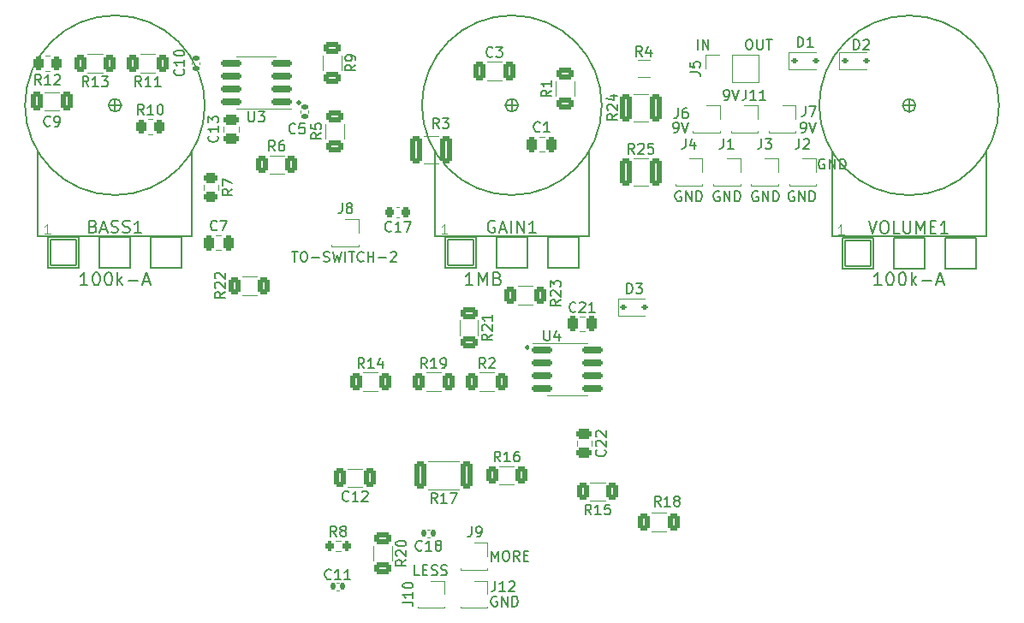
<source format=gto>
%TF.GenerationSoftware,KiCad,Pcbnew,7.0.2*%
%TF.CreationDate,2023-07-16T22:24:44-04:00*%
%TF.ProjectId,hellerune,68656c6c-6572-4756-9e65-2e6b69636164,rev?*%
%TF.SameCoordinates,Original*%
%TF.FileFunction,Legend,Top*%
%TF.FilePolarity,Positive*%
%FSLAX46Y46*%
G04 Gerber Fmt 4.6, Leading zero omitted, Abs format (unit mm)*
G04 Created by KiCad (PCBNEW 7.0.2) date 2023-07-16 22:24:44*
%MOMM*%
%LPD*%
G01*
G04 APERTURE LIST*
G04 Aperture macros list*
%AMRoundRect*
0 Rectangle with rounded corners*
0 $1 Rounding radius*
0 $2 $3 $4 $5 $6 $7 $8 $9 X,Y pos of 4 corners*
0 Add a 4 corners polygon primitive as box body*
4,1,4,$2,$3,$4,$5,$6,$7,$8,$9,$2,$3,0*
0 Add four circle primitives for the rounded corners*
1,1,$1+$1,$2,$3*
1,1,$1+$1,$4,$5*
1,1,$1+$1,$6,$7*
1,1,$1+$1,$8,$9*
0 Add four rect primitives between the rounded corners*
20,1,$1+$1,$2,$3,$4,$5,0*
20,1,$1+$1,$4,$5,$6,$7,0*
20,1,$1+$1,$6,$7,$8,$9,0*
20,1,$1+$1,$8,$9,$2,$3,0*%
G04 Aperture macros list end*
%ADD10C,0.300000*%
%ADD11C,0.150000*%
%ADD12C,0.152400*%
%ADD13C,0.121920*%
%ADD14C,0.120000*%
%ADD15C,0.127000*%
%ADD16RoundRect,0.250000X-0.625000X0.312500X-0.625000X-0.312500X0.625000X-0.312500X0.625000X0.312500X0*%
%ADD17RoundRect,0.250000X-0.325000X-0.650000X0.325000X-0.650000X0.325000X0.650000X-0.325000X0.650000X0*%
%ADD18RoundRect,0.150000X0.825000X0.150000X-0.825000X0.150000X-0.825000X-0.150000X0.825000X-0.150000X0*%
%ADD19R,1.700000X1.700000*%
%ADD20O,1.700000X1.700000*%
%ADD21RoundRect,0.250000X-0.450000X0.262500X-0.450000X-0.262500X0.450000X-0.262500X0.450000X0.262500X0*%
%ADD22RoundRect,0.101600X1.270000X1.270000X-1.270000X1.270000X-1.270000X-1.270000X1.270000X-1.270000X0*%
%ADD23C,2.743200*%
%ADD24RoundRect,0.250000X0.312500X0.625000X-0.312500X0.625000X-0.312500X-0.625000X0.312500X-0.625000X0*%
%ADD25RoundRect,0.250000X-0.250000X-0.475000X0.250000X-0.475000X0.250000X0.475000X-0.250000X0.475000X0*%
%ADD26RoundRect,0.112500X-0.187500X-0.112500X0.187500X-0.112500X0.187500X0.112500X-0.187500X0.112500X0*%
%ADD27RoundRect,0.250000X-0.312500X-1.075000X0.312500X-1.075000X0.312500X1.075000X-0.312500X1.075000X0*%
%ADD28RoundRect,0.140000X-0.140000X-0.170000X0.140000X-0.170000X0.140000X0.170000X-0.140000X0.170000X0*%
%ADD29RoundRect,0.250000X-0.312500X-0.625000X0.312500X-0.625000X0.312500X0.625000X-0.312500X0.625000X0*%
%ADD30RoundRect,0.225000X0.225000X0.250000X-0.225000X0.250000X-0.225000X-0.250000X0.225000X-0.250000X0*%
%ADD31RoundRect,0.250000X-0.262500X-0.450000X0.262500X-0.450000X0.262500X0.450000X-0.262500X0.450000X0*%
%ADD32RoundRect,0.250000X0.625000X-0.312500X0.625000X0.312500X-0.625000X0.312500X-0.625000X-0.312500X0*%
%ADD33RoundRect,0.250000X0.312500X1.075000X-0.312500X1.075000X-0.312500X-1.075000X0.312500X-1.075000X0*%
%ADD34RoundRect,0.250000X0.362500X1.075000X-0.362500X1.075000X-0.362500X-1.075000X0.362500X-1.075000X0*%
%ADD35RoundRect,0.140000X0.170000X-0.140000X0.170000X0.140000X-0.170000X0.140000X-0.170000X-0.140000X0*%
%ADD36RoundRect,0.250000X0.325000X0.650000X-0.325000X0.650000X-0.325000X-0.650000X0.325000X-0.650000X0*%
%ADD37RoundRect,0.250000X0.250000X0.475000X-0.250000X0.475000X-0.250000X-0.475000X0.250000X-0.475000X0*%
%ADD38RoundRect,0.200000X-0.200000X-0.275000X0.200000X-0.275000X0.200000X0.275000X-0.200000X0.275000X0*%
%ADD39RoundRect,0.250000X-0.475000X0.250000X-0.475000X-0.250000X0.475000X-0.250000X0.475000X0.250000X0*%
%ADD40RoundRect,0.150000X-0.825000X-0.150000X0.825000X-0.150000X0.825000X0.150000X-0.825000X0.150000X0*%
%ADD41RoundRect,0.250000X0.262500X0.450000X-0.262500X0.450000X-0.262500X-0.450000X0.262500X-0.450000X0*%
%ADD42R,1.500000X1.800000*%
%ADD43R,1.600000X1.600000*%
%ADD44O,1.600000X1.600000*%
%ADD45C,1.600000*%
%ADD46R,1.248000X1.248000*%
%ADD47C,1.248000*%
G04 APERTURE END LIST*
D10*
X140757142Y-84273571D02*
X140828571Y-84345000D01*
X140828571Y-84345000D02*
X140757142Y-84416428D01*
X140757142Y-84416428D02*
X140685714Y-84345000D01*
X140685714Y-84345000D02*
X140757142Y-84273571D01*
X140757142Y-84273571D02*
X140757142Y-84416428D01*
X118157142Y-60073571D02*
X118228571Y-60145000D01*
X118228571Y-60145000D02*
X118157142Y-60216428D01*
X118157142Y-60216428D02*
X118085714Y-60145000D01*
X118085714Y-60145000D02*
X118157142Y-60073571D01*
X118157142Y-60073571D02*
X118157142Y-60216428D01*
D11*
X170161904Y-65725238D02*
X170066666Y-65677619D01*
X170066666Y-65677619D02*
X169923809Y-65677619D01*
X169923809Y-65677619D02*
X169780952Y-65725238D01*
X169780952Y-65725238D02*
X169685714Y-65820476D01*
X169685714Y-65820476D02*
X169638095Y-65915714D01*
X169638095Y-65915714D02*
X169590476Y-66106190D01*
X169590476Y-66106190D02*
X169590476Y-66249047D01*
X169590476Y-66249047D02*
X169638095Y-66439523D01*
X169638095Y-66439523D02*
X169685714Y-66534761D01*
X169685714Y-66534761D02*
X169780952Y-66630000D01*
X169780952Y-66630000D02*
X169923809Y-66677619D01*
X169923809Y-66677619D02*
X170019047Y-66677619D01*
X170019047Y-66677619D02*
X170161904Y-66630000D01*
X170161904Y-66630000D02*
X170209523Y-66582380D01*
X170209523Y-66582380D02*
X170209523Y-66249047D01*
X170209523Y-66249047D02*
X170019047Y-66249047D01*
X170638095Y-66677619D02*
X170638095Y-65677619D01*
X170638095Y-65677619D02*
X171209523Y-66677619D01*
X171209523Y-66677619D02*
X171209523Y-65677619D01*
X171685714Y-66677619D02*
X171685714Y-65677619D01*
X171685714Y-65677619D02*
X171923809Y-65677619D01*
X171923809Y-65677619D02*
X172066666Y-65725238D01*
X172066666Y-65725238D02*
X172161904Y-65820476D01*
X172161904Y-65820476D02*
X172209523Y-65915714D01*
X172209523Y-65915714D02*
X172257142Y-66106190D01*
X172257142Y-66106190D02*
X172257142Y-66249047D01*
X172257142Y-66249047D02*
X172209523Y-66439523D01*
X172209523Y-66439523D02*
X172161904Y-66534761D01*
X172161904Y-66534761D02*
X172066666Y-66630000D01*
X172066666Y-66630000D02*
X171923809Y-66677619D01*
X171923809Y-66677619D02*
X171685714Y-66677619D01*
X162628571Y-53877619D02*
X162819047Y-53877619D01*
X162819047Y-53877619D02*
X162914285Y-53925238D01*
X162914285Y-53925238D02*
X163009523Y-54020476D01*
X163009523Y-54020476D02*
X163057142Y-54210952D01*
X163057142Y-54210952D02*
X163057142Y-54544285D01*
X163057142Y-54544285D02*
X163009523Y-54734761D01*
X163009523Y-54734761D02*
X162914285Y-54830000D01*
X162914285Y-54830000D02*
X162819047Y-54877619D01*
X162819047Y-54877619D02*
X162628571Y-54877619D01*
X162628571Y-54877619D02*
X162533333Y-54830000D01*
X162533333Y-54830000D02*
X162438095Y-54734761D01*
X162438095Y-54734761D02*
X162390476Y-54544285D01*
X162390476Y-54544285D02*
X162390476Y-54210952D01*
X162390476Y-54210952D02*
X162438095Y-54020476D01*
X162438095Y-54020476D02*
X162533333Y-53925238D01*
X162533333Y-53925238D02*
X162628571Y-53877619D01*
X163485714Y-53877619D02*
X163485714Y-54687142D01*
X163485714Y-54687142D02*
X163533333Y-54782380D01*
X163533333Y-54782380D02*
X163580952Y-54830000D01*
X163580952Y-54830000D02*
X163676190Y-54877619D01*
X163676190Y-54877619D02*
X163866666Y-54877619D01*
X163866666Y-54877619D02*
X163961904Y-54830000D01*
X163961904Y-54830000D02*
X164009523Y-54782380D01*
X164009523Y-54782380D02*
X164057142Y-54687142D01*
X164057142Y-54687142D02*
X164057142Y-53877619D01*
X164390476Y-53877619D02*
X164961904Y-53877619D01*
X164676190Y-54877619D02*
X164676190Y-53877619D01*
X160285714Y-59877619D02*
X160476190Y-59877619D01*
X160476190Y-59877619D02*
X160571428Y-59830000D01*
X160571428Y-59830000D02*
X160619047Y-59782380D01*
X160619047Y-59782380D02*
X160714285Y-59639523D01*
X160714285Y-59639523D02*
X160761904Y-59449047D01*
X160761904Y-59449047D02*
X160761904Y-59068095D01*
X160761904Y-59068095D02*
X160714285Y-58972857D01*
X160714285Y-58972857D02*
X160666666Y-58925238D01*
X160666666Y-58925238D02*
X160571428Y-58877619D01*
X160571428Y-58877619D02*
X160380952Y-58877619D01*
X160380952Y-58877619D02*
X160285714Y-58925238D01*
X160285714Y-58925238D02*
X160238095Y-58972857D01*
X160238095Y-58972857D02*
X160190476Y-59068095D01*
X160190476Y-59068095D02*
X160190476Y-59306190D01*
X160190476Y-59306190D02*
X160238095Y-59401428D01*
X160238095Y-59401428D02*
X160285714Y-59449047D01*
X160285714Y-59449047D02*
X160380952Y-59496666D01*
X160380952Y-59496666D02*
X160571428Y-59496666D01*
X160571428Y-59496666D02*
X160666666Y-59449047D01*
X160666666Y-59449047D02*
X160714285Y-59401428D01*
X160714285Y-59401428D02*
X160761904Y-59306190D01*
X161047619Y-58877619D02*
X161380952Y-59877619D01*
X161380952Y-59877619D02*
X161714285Y-58877619D01*
X157638095Y-54877619D02*
X157638095Y-53877619D01*
X158114285Y-54877619D02*
X158114285Y-53877619D01*
X158114285Y-53877619D02*
X158685713Y-54877619D01*
X158685713Y-54877619D02*
X158685713Y-53877619D01*
X155285714Y-63077619D02*
X155476190Y-63077619D01*
X155476190Y-63077619D02*
X155571428Y-63030000D01*
X155571428Y-63030000D02*
X155619047Y-62982380D01*
X155619047Y-62982380D02*
X155714285Y-62839523D01*
X155714285Y-62839523D02*
X155761904Y-62649047D01*
X155761904Y-62649047D02*
X155761904Y-62268095D01*
X155761904Y-62268095D02*
X155714285Y-62172857D01*
X155714285Y-62172857D02*
X155666666Y-62125238D01*
X155666666Y-62125238D02*
X155571428Y-62077619D01*
X155571428Y-62077619D02*
X155380952Y-62077619D01*
X155380952Y-62077619D02*
X155285714Y-62125238D01*
X155285714Y-62125238D02*
X155238095Y-62172857D01*
X155238095Y-62172857D02*
X155190476Y-62268095D01*
X155190476Y-62268095D02*
X155190476Y-62506190D01*
X155190476Y-62506190D02*
X155238095Y-62601428D01*
X155238095Y-62601428D02*
X155285714Y-62649047D01*
X155285714Y-62649047D02*
X155380952Y-62696666D01*
X155380952Y-62696666D02*
X155571428Y-62696666D01*
X155571428Y-62696666D02*
X155666666Y-62649047D01*
X155666666Y-62649047D02*
X155714285Y-62601428D01*
X155714285Y-62601428D02*
X155761904Y-62506190D01*
X156047619Y-62077619D02*
X156380952Y-63077619D01*
X156380952Y-63077619D02*
X156714285Y-62077619D01*
X159761904Y-68925238D02*
X159666666Y-68877619D01*
X159666666Y-68877619D02*
X159523809Y-68877619D01*
X159523809Y-68877619D02*
X159380952Y-68925238D01*
X159380952Y-68925238D02*
X159285714Y-69020476D01*
X159285714Y-69020476D02*
X159238095Y-69115714D01*
X159238095Y-69115714D02*
X159190476Y-69306190D01*
X159190476Y-69306190D02*
X159190476Y-69449047D01*
X159190476Y-69449047D02*
X159238095Y-69639523D01*
X159238095Y-69639523D02*
X159285714Y-69734761D01*
X159285714Y-69734761D02*
X159380952Y-69830000D01*
X159380952Y-69830000D02*
X159523809Y-69877619D01*
X159523809Y-69877619D02*
X159619047Y-69877619D01*
X159619047Y-69877619D02*
X159761904Y-69830000D01*
X159761904Y-69830000D02*
X159809523Y-69782380D01*
X159809523Y-69782380D02*
X159809523Y-69449047D01*
X159809523Y-69449047D02*
X159619047Y-69449047D01*
X160238095Y-69877619D02*
X160238095Y-68877619D01*
X160238095Y-68877619D02*
X160809523Y-69877619D01*
X160809523Y-69877619D02*
X160809523Y-68877619D01*
X161285714Y-69877619D02*
X161285714Y-68877619D01*
X161285714Y-68877619D02*
X161523809Y-68877619D01*
X161523809Y-68877619D02*
X161666666Y-68925238D01*
X161666666Y-68925238D02*
X161761904Y-69020476D01*
X161761904Y-69020476D02*
X161809523Y-69115714D01*
X161809523Y-69115714D02*
X161857142Y-69306190D01*
X161857142Y-69306190D02*
X161857142Y-69449047D01*
X161857142Y-69449047D02*
X161809523Y-69639523D01*
X161809523Y-69639523D02*
X161761904Y-69734761D01*
X161761904Y-69734761D02*
X161666666Y-69830000D01*
X161666666Y-69830000D02*
X161523809Y-69877619D01*
X161523809Y-69877619D02*
X161285714Y-69877619D01*
X137238095Y-105477619D02*
X137238095Y-104477619D01*
X137238095Y-104477619D02*
X137571428Y-105191904D01*
X137571428Y-105191904D02*
X137904761Y-104477619D01*
X137904761Y-104477619D02*
X137904761Y-105477619D01*
X138571428Y-104477619D02*
X138761904Y-104477619D01*
X138761904Y-104477619D02*
X138857142Y-104525238D01*
X138857142Y-104525238D02*
X138952380Y-104620476D01*
X138952380Y-104620476D02*
X138999999Y-104810952D01*
X138999999Y-104810952D02*
X138999999Y-105144285D01*
X138999999Y-105144285D02*
X138952380Y-105334761D01*
X138952380Y-105334761D02*
X138857142Y-105430000D01*
X138857142Y-105430000D02*
X138761904Y-105477619D01*
X138761904Y-105477619D02*
X138571428Y-105477619D01*
X138571428Y-105477619D02*
X138476190Y-105430000D01*
X138476190Y-105430000D02*
X138380952Y-105334761D01*
X138380952Y-105334761D02*
X138333333Y-105144285D01*
X138333333Y-105144285D02*
X138333333Y-104810952D01*
X138333333Y-104810952D02*
X138380952Y-104620476D01*
X138380952Y-104620476D02*
X138476190Y-104525238D01*
X138476190Y-104525238D02*
X138571428Y-104477619D01*
X139999999Y-105477619D02*
X139666666Y-105001428D01*
X139428571Y-105477619D02*
X139428571Y-104477619D01*
X139428571Y-104477619D02*
X139809523Y-104477619D01*
X139809523Y-104477619D02*
X139904761Y-104525238D01*
X139904761Y-104525238D02*
X139952380Y-104572857D01*
X139952380Y-104572857D02*
X139999999Y-104668095D01*
X139999999Y-104668095D02*
X139999999Y-104810952D01*
X139999999Y-104810952D02*
X139952380Y-104906190D01*
X139952380Y-104906190D02*
X139904761Y-104953809D01*
X139904761Y-104953809D02*
X139809523Y-105001428D01*
X139809523Y-105001428D02*
X139428571Y-105001428D01*
X140428571Y-104953809D02*
X140761904Y-104953809D01*
X140904761Y-105477619D02*
X140428571Y-105477619D01*
X140428571Y-105477619D02*
X140428571Y-104477619D01*
X140428571Y-104477619D02*
X140904761Y-104477619D01*
X155961904Y-68925238D02*
X155866666Y-68877619D01*
X155866666Y-68877619D02*
X155723809Y-68877619D01*
X155723809Y-68877619D02*
X155580952Y-68925238D01*
X155580952Y-68925238D02*
X155485714Y-69020476D01*
X155485714Y-69020476D02*
X155438095Y-69115714D01*
X155438095Y-69115714D02*
X155390476Y-69306190D01*
X155390476Y-69306190D02*
X155390476Y-69449047D01*
X155390476Y-69449047D02*
X155438095Y-69639523D01*
X155438095Y-69639523D02*
X155485714Y-69734761D01*
X155485714Y-69734761D02*
X155580952Y-69830000D01*
X155580952Y-69830000D02*
X155723809Y-69877619D01*
X155723809Y-69877619D02*
X155819047Y-69877619D01*
X155819047Y-69877619D02*
X155961904Y-69830000D01*
X155961904Y-69830000D02*
X156009523Y-69782380D01*
X156009523Y-69782380D02*
X156009523Y-69449047D01*
X156009523Y-69449047D02*
X155819047Y-69449047D01*
X156438095Y-69877619D02*
X156438095Y-68877619D01*
X156438095Y-68877619D02*
X157009523Y-69877619D01*
X157009523Y-69877619D02*
X157009523Y-68877619D01*
X157485714Y-69877619D02*
X157485714Y-68877619D01*
X157485714Y-68877619D02*
X157723809Y-68877619D01*
X157723809Y-68877619D02*
X157866666Y-68925238D01*
X157866666Y-68925238D02*
X157961904Y-69020476D01*
X157961904Y-69020476D02*
X158009523Y-69115714D01*
X158009523Y-69115714D02*
X158057142Y-69306190D01*
X158057142Y-69306190D02*
X158057142Y-69449047D01*
X158057142Y-69449047D02*
X158009523Y-69639523D01*
X158009523Y-69639523D02*
X157961904Y-69734761D01*
X157961904Y-69734761D02*
X157866666Y-69830000D01*
X157866666Y-69830000D02*
X157723809Y-69877619D01*
X157723809Y-69877619D02*
X157485714Y-69877619D01*
X137761904Y-109005238D02*
X137666666Y-108957619D01*
X137666666Y-108957619D02*
X137523809Y-108957619D01*
X137523809Y-108957619D02*
X137380952Y-109005238D01*
X137380952Y-109005238D02*
X137285714Y-109100476D01*
X137285714Y-109100476D02*
X137238095Y-109195714D01*
X137238095Y-109195714D02*
X137190476Y-109386190D01*
X137190476Y-109386190D02*
X137190476Y-109529047D01*
X137190476Y-109529047D02*
X137238095Y-109719523D01*
X137238095Y-109719523D02*
X137285714Y-109814761D01*
X137285714Y-109814761D02*
X137380952Y-109910000D01*
X137380952Y-109910000D02*
X137523809Y-109957619D01*
X137523809Y-109957619D02*
X137619047Y-109957619D01*
X137619047Y-109957619D02*
X137761904Y-109910000D01*
X137761904Y-109910000D02*
X137809523Y-109862380D01*
X137809523Y-109862380D02*
X137809523Y-109529047D01*
X137809523Y-109529047D02*
X137619047Y-109529047D01*
X138238095Y-109957619D02*
X138238095Y-108957619D01*
X138238095Y-108957619D02*
X138809523Y-109957619D01*
X138809523Y-109957619D02*
X138809523Y-108957619D01*
X139285714Y-109957619D02*
X139285714Y-108957619D01*
X139285714Y-108957619D02*
X139523809Y-108957619D01*
X139523809Y-108957619D02*
X139666666Y-109005238D01*
X139666666Y-109005238D02*
X139761904Y-109100476D01*
X139761904Y-109100476D02*
X139809523Y-109195714D01*
X139809523Y-109195714D02*
X139857142Y-109386190D01*
X139857142Y-109386190D02*
X139857142Y-109529047D01*
X139857142Y-109529047D02*
X139809523Y-109719523D01*
X139809523Y-109719523D02*
X139761904Y-109814761D01*
X139761904Y-109814761D02*
X139666666Y-109910000D01*
X139666666Y-109910000D02*
X139523809Y-109957619D01*
X139523809Y-109957619D02*
X139285714Y-109957619D01*
X167885714Y-63077619D02*
X168076190Y-63077619D01*
X168076190Y-63077619D02*
X168171428Y-63030000D01*
X168171428Y-63030000D02*
X168219047Y-62982380D01*
X168219047Y-62982380D02*
X168314285Y-62839523D01*
X168314285Y-62839523D02*
X168361904Y-62649047D01*
X168361904Y-62649047D02*
X168361904Y-62268095D01*
X168361904Y-62268095D02*
X168314285Y-62172857D01*
X168314285Y-62172857D02*
X168266666Y-62125238D01*
X168266666Y-62125238D02*
X168171428Y-62077619D01*
X168171428Y-62077619D02*
X167980952Y-62077619D01*
X167980952Y-62077619D02*
X167885714Y-62125238D01*
X167885714Y-62125238D02*
X167838095Y-62172857D01*
X167838095Y-62172857D02*
X167790476Y-62268095D01*
X167790476Y-62268095D02*
X167790476Y-62506190D01*
X167790476Y-62506190D02*
X167838095Y-62601428D01*
X167838095Y-62601428D02*
X167885714Y-62649047D01*
X167885714Y-62649047D02*
X167980952Y-62696666D01*
X167980952Y-62696666D02*
X168171428Y-62696666D01*
X168171428Y-62696666D02*
X168266666Y-62649047D01*
X168266666Y-62649047D02*
X168314285Y-62601428D01*
X168314285Y-62601428D02*
X168361904Y-62506190D01*
X168647619Y-62077619D02*
X168980952Y-63077619D01*
X168980952Y-63077619D02*
X169314285Y-62077619D01*
X130114285Y-106877619D02*
X129638095Y-106877619D01*
X129638095Y-106877619D02*
X129638095Y-105877619D01*
X130447619Y-106353809D02*
X130780952Y-106353809D01*
X130923809Y-106877619D02*
X130447619Y-106877619D01*
X130447619Y-106877619D02*
X130447619Y-105877619D01*
X130447619Y-105877619D02*
X130923809Y-105877619D01*
X131304762Y-106830000D02*
X131447619Y-106877619D01*
X131447619Y-106877619D02*
X131685714Y-106877619D01*
X131685714Y-106877619D02*
X131780952Y-106830000D01*
X131780952Y-106830000D02*
X131828571Y-106782380D01*
X131828571Y-106782380D02*
X131876190Y-106687142D01*
X131876190Y-106687142D02*
X131876190Y-106591904D01*
X131876190Y-106591904D02*
X131828571Y-106496666D01*
X131828571Y-106496666D02*
X131780952Y-106449047D01*
X131780952Y-106449047D02*
X131685714Y-106401428D01*
X131685714Y-106401428D02*
X131495238Y-106353809D01*
X131495238Y-106353809D02*
X131400000Y-106306190D01*
X131400000Y-106306190D02*
X131352381Y-106258571D01*
X131352381Y-106258571D02*
X131304762Y-106163333D01*
X131304762Y-106163333D02*
X131304762Y-106068095D01*
X131304762Y-106068095D02*
X131352381Y-105972857D01*
X131352381Y-105972857D02*
X131400000Y-105925238D01*
X131400000Y-105925238D02*
X131495238Y-105877619D01*
X131495238Y-105877619D02*
X131733333Y-105877619D01*
X131733333Y-105877619D02*
X131876190Y-105925238D01*
X132257143Y-106830000D02*
X132400000Y-106877619D01*
X132400000Y-106877619D02*
X132638095Y-106877619D01*
X132638095Y-106877619D02*
X132733333Y-106830000D01*
X132733333Y-106830000D02*
X132780952Y-106782380D01*
X132780952Y-106782380D02*
X132828571Y-106687142D01*
X132828571Y-106687142D02*
X132828571Y-106591904D01*
X132828571Y-106591904D02*
X132780952Y-106496666D01*
X132780952Y-106496666D02*
X132733333Y-106449047D01*
X132733333Y-106449047D02*
X132638095Y-106401428D01*
X132638095Y-106401428D02*
X132447619Y-106353809D01*
X132447619Y-106353809D02*
X132352381Y-106306190D01*
X132352381Y-106306190D02*
X132304762Y-106258571D01*
X132304762Y-106258571D02*
X132257143Y-106163333D01*
X132257143Y-106163333D02*
X132257143Y-106068095D01*
X132257143Y-106068095D02*
X132304762Y-105972857D01*
X132304762Y-105972857D02*
X132352381Y-105925238D01*
X132352381Y-105925238D02*
X132447619Y-105877619D01*
X132447619Y-105877619D02*
X132685714Y-105877619D01*
X132685714Y-105877619D02*
X132828571Y-105925238D01*
X163561904Y-68925238D02*
X163466666Y-68877619D01*
X163466666Y-68877619D02*
X163323809Y-68877619D01*
X163323809Y-68877619D02*
X163180952Y-68925238D01*
X163180952Y-68925238D02*
X163085714Y-69020476D01*
X163085714Y-69020476D02*
X163038095Y-69115714D01*
X163038095Y-69115714D02*
X162990476Y-69306190D01*
X162990476Y-69306190D02*
X162990476Y-69449047D01*
X162990476Y-69449047D02*
X163038095Y-69639523D01*
X163038095Y-69639523D02*
X163085714Y-69734761D01*
X163085714Y-69734761D02*
X163180952Y-69830000D01*
X163180952Y-69830000D02*
X163323809Y-69877619D01*
X163323809Y-69877619D02*
X163419047Y-69877619D01*
X163419047Y-69877619D02*
X163561904Y-69830000D01*
X163561904Y-69830000D02*
X163609523Y-69782380D01*
X163609523Y-69782380D02*
X163609523Y-69449047D01*
X163609523Y-69449047D02*
X163419047Y-69449047D01*
X164038095Y-69877619D02*
X164038095Y-68877619D01*
X164038095Y-68877619D02*
X164609523Y-69877619D01*
X164609523Y-69877619D02*
X164609523Y-68877619D01*
X165085714Y-69877619D02*
X165085714Y-68877619D01*
X165085714Y-68877619D02*
X165323809Y-68877619D01*
X165323809Y-68877619D02*
X165466666Y-68925238D01*
X165466666Y-68925238D02*
X165561904Y-69020476D01*
X165561904Y-69020476D02*
X165609523Y-69115714D01*
X165609523Y-69115714D02*
X165657142Y-69306190D01*
X165657142Y-69306190D02*
X165657142Y-69449047D01*
X165657142Y-69449047D02*
X165609523Y-69639523D01*
X165609523Y-69639523D02*
X165561904Y-69734761D01*
X165561904Y-69734761D02*
X165466666Y-69830000D01*
X165466666Y-69830000D02*
X165323809Y-69877619D01*
X165323809Y-69877619D02*
X165085714Y-69877619D01*
X117495238Y-74877619D02*
X118066666Y-74877619D01*
X117780952Y-75877619D02*
X117780952Y-74877619D01*
X118590476Y-74877619D02*
X118780952Y-74877619D01*
X118780952Y-74877619D02*
X118876190Y-74925238D01*
X118876190Y-74925238D02*
X118971428Y-75020476D01*
X118971428Y-75020476D02*
X119019047Y-75210952D01*
X119019047Y-75210952D02*
X119019047Y-75544285D01*
X119019047Y-75544285D02*
X118971428Y-75734761D01*
X118971428Y-75734761D02*
X118876190Y-75830000D01*
X118876190Y-75830000D02*
X118780952Y-75877619D01*
X118780952Y-75877619D02*
X118590476Y-75877619D01*
X118590476Y-75877619D02*
X118495238Y-75830000D01*
X118495238Y-75830000D02*
X118400000Y-75734761D01*
X118400000Y-75734761D02*
X118352381Y-75544285D01*
X118352381Y-75544285D02*
X118352381Y-75210952D01*
X118352381Y-75210952D02*
X118400000Y-75020476D01*
X118400000Y-75020476D02*
X118495238Y-74925238D01*
X118495238Y-74925238D02*
X118590476Y-74877619D01*
X119447619Y-75496666D02*
X120209524Y-75496666D01*
X120638095Y-75830000D02*
X120780952Y-75877619D01*
X120780952Y-75877619D02*
X121019047Y-75877619D01*
X121019047Y-75877619D02*
X121114285Y-75830000D01*
X121114285Y-75830000D02*
X121161904Y-75782380D01*
X121161904Y-75782380D02*
X121209523Y-75687142D01*
X121209523Y-75687142D02*
X121209523Y-75591904D01*
X121209523Y-75591904D02*
X121161904Y-75496666D01*
X121161904Y-75496666D02*
X121114285Y-75449047D01*
X121114285Y-75449047D02*
X121019047Y-75401428D01*
X121019047Y-75401428D02*
X120828571Y-75353809D01*
X120828571Y-75353809D02*
X120733333Y-75306190D01*
X120733333Y-75306190D02*
X120685714Y-75258571D01*
X120685714Y-75258571D02*
X120638095Y-75163333D01*
X120638095Y-75163333D02*
X120638095Y-75068095D01*
X120638095Y-75068095D02*
X120685714Y-74972857D01*
X120685714Y-74972857D02*
X120733333Y-74925238D01*
X120733333Y-74925238D02*
X120828571Y-74877619D01*
X120828571Y-74877619D02*
X121066666Y-74877619D01*
X121066666Y-74877619D02*
X121209523Y-74925238D01*
X121542857Y-74877619D02*
X121780952Y-75877619D01*
X121780952Y-75877619D02*
X121971428Y-75163333D01*
X121971428Y-75163333D02*
X122161904Y-75877619D01*
X122161904Y-75877619D02*
X122400000Y-74877619D01*
X122780952Y-75877619D02*
X122780952Y-74877619D01*
X123114285Y-74877619D02*
X123685713Y-74877619D01*
X123399999Y-75877619D02*
X123399999Y-74877619D01*
X124590475Y-75782380D02*
X124542856Y-75830000D01*
X124542856Y-75830000D02*
X124399999Y-75877619D01*
X124399999Y-75877619D02*
X124304761Y-75877619D01*
X124304761Y-75877619D02*
X124161904Y-75830000D01*
X124161904Y-75830000D02*
X124066666Y-75734761D01*
X124066666Y-75734761D02*
X124019047Y-75639523D01*
X124019047Y-75639523D02*
X123971428Y-75449047D01*
X123971428Y-75449047D02*
X123971428Y-75306190D01*
X123971428Y-75306190D02*
X124019047Y-75115714D01*
X124019047Y-75115714D02*
X124066666Y-75020476D01*
X124066666Y-75020476D02*
X124161904Y-74925238D01*
X124161904Y-74925238D02*
X124304761Y-74877619D01*
X124304761Y-74877619D02*
X124399999Y-74877619D01*
X124399999Y-74877619D02*
X124542856Y-74925238D01*
X124542856Y-74925238D02*
X124590475Y-74972857D01*
X125019047Y-75877619D02*
X125019047Y-74877619D01*
X125019047Y-75353809D02*
X125590475Y-75353809D01*
X125590475Y-75877619D02*
X125590475Y-74877619D01*
X126066666Y-75496666D02*
X126828571Y-75496666D01*
X127257142Y-74972857D02*
X127304761Y-74925238D01*
X127304761Y-74925238D02*
X127399999Y-74877619D01*
X127399999Y-74877619D02*
X127638094Y-74877619D01*
X127638094Y-74877619D02*
X127733332Y-74925238D01*
X127733332Y-74925238D02*
X127780951Y-74972857D01*
X127780951Y-74972857D02*
X127828570Y-75068095D01*
X127828570Y-75068095D02*
X127828570Y-75163333D01*
X127828570Y-75163333D02*
X127780951Y-75306190D01*
X127780951Y-75306190D02*
X127209523Y-75877619D01*
X127209523Y-75877619D02*
X127828570Y-75877619D01*
X167161904Y-68925238D02*
X167066666Y-68877619D01*
X167066666Y-68877619D02*
X166923809Y-68877619D01*
X166923809Y-68877619D02*
X166780952Y-68925238D01*
X166780952Y-68925238D02*
X166685714Y-69020476D01*
X166685714Y-69020476D02*
X166638095Y-69115714D01*
X166638095Y-69115714D02*
X166590476Y-69306190D01*
X166590476Y-69306190D02*
X166590476Y-69449047D01*
X166590476Y-69449047D02*
X166638095Y-69639523D01*
X166638095Y-69639523D02*
X166685714Y-69734761D01*
X166685714Y-69734761D02*
X166780952Y-69830000D01*
X166780952Y-69830000D02*
X166923809Y-69877619D01*
X166923809Y-69877619D02*
X167019047Y-69877619D01*
X167019047Y-69877619D02*
X167161904Y-69830000D01*
X167161904Y-69830000D02*
X167209523Y-69782380D01*
X167209523Y-69782380D02*
X167209523Y-69449047D01*
X167209523Y-69449047D02*
X167019047Y-69449047D01*
X167638095Y-69877619D02*
X167638095Y-68877619D01*
X167638095Y-68877619D02*
X168209523Y-69877619D01*
X168209523Y-69877619D02*
X168209523Y-68877619D01*
X168685714Y-69877619D02*
X168685714Y-68877619D01*
X168685714Y-68877619D02*
X168923809Y-68877619D01*
X168923809Y-68877619D02*
X169066666Y-68925238D01*
X169066666Y-68925238D02*
X169161904Y-69020476D01*
X169161904Y-69020476D02*
X169209523Y-69115714D01*
X169209523Y-69115714D02*
X169257142Y-69306190D01*
X169257142Y-69306190D02*
X169257142Y-69449047D01*
X169257142Y-69449047D02*
X169209523Y-69639523D01*
X169209523Y-69639523D02*
X169161904Y-69734761D01*
X169161904Y-69734761D02*
X169066666Y-69830000D01*
X169066666Y-69830000D02*
X168923809Y-69877619D01*
X168923809Y-69877619D02*
X168685714Y-69877619D01*
X123782619Y-56379166D02*
X123306428Y-56712499D01*
X123782619Y-56950594D02*
X122782619Y-56950594D01*
X122782619Y-56950594D02*
X122782619Y-56569642D01*
X122782619Y-56569642D02*
X122830238Y-56474404D01*
X122830238Y-56474404D02*
X122877857Y-56426785D01*
X122877857Y-56426785D02*
X122973095Y-56379166D01*
X122973095Y-56379166D02*
X123115952Y-56379166D01*
X123115952Y-56379166D02*
X123211190Y-56426785D01*
X123211190Y-56426785D02*
X123258809Y-56474404D01*
X123258809Y-56474404D02*
X123306428Y-56569642D01*
X123306428Y-56569642D02*
X123306428Y-56950594D01*
X123782619Y-55902975D02*
X123782619Y-55712499D01*
X123782619Y-55712499D02*
X123735000Y-55617261D01*
X123735000Y-55617261D02*
X123687380Y-55569642D01*
X123687380Y-55569642D02*
X123544523Y-55474404D01*
X123544523Y-55474404D02*
X123354047Y-55426785D01*
X123354047Y-55426785D02*
X122973095Y-55426785D01*
X122973095Y-55426785D02*
X122877857Y-55474404D01*
X122877857Y-55474404D02*
X122830238Y-55522023D01*
X122830238Y-55522023D02*
X122782619Y-55617261D01*
X122782619Y-55617261D02*
X122782619Y-55807737D01*
X122782619Y-55807737D02*
X122830238Y-55902975D01*
X122830238Y-55902975D02*
X122877857Y-55950594D01*
X122877857Y-55950594D02*
X122973095Y-55998213D01*
X122973095Y-55998213D02*
X123211190Y-55998213D01*
X123211190Y-55998213D02*
X123306428Y-55950594D01*
X123306428Y-55950594D02*
X123354047Y-55902975D01*
X123354047Y-55902975D02*
X123401666Y-55807737D01*
X123401666Y-55807737D02*
X123401666Y-55617261D01*
X123401666Y-55617261D02*
X123354047Y-55522023D01*
X123354047Y-55522023D02*
X123306428Y-55474404D01*
X123306428Y-55474404D02*
X123211190Y-55426785D01*
X137358333Y-55517380D02*
X137310714Y-55565000D01*
X137310714Y-55565000D02*
X137167857Y-55612619D01*
X137167857Y-55612619D02*
X137072619Y-55612619D01*
X137072619Y-55612619D02*
X136929762Y-55565000D01*
X136929762Y-55565000D02*
X136834524Y-55469761D01*
X136834524Y-55469761D02*
X136786905Y-55374523D01*
X136786905Y-55374523D02*
X136739286Y-55184047D01*
X136739286Y-55184047D02*
X136739286Y-55041190D01*
X136739286Y-55041190D02*
X136786905Y-54850714D01*
X136786905Y-54850714D02*
X136834524Y-54755476D01*
X136834524Y-54755476D02*
X136929762Y-54660238D01*
X136929762Y-54660238D02*
X137072619Y-54612619D01*
X137072619Y-54612619D02*
X137167857Y-54612619D01*
X137167857Y-54612619D02*
X137310714Y-54660238D01*
X137310714Y-54660238D02*
X137358333Y-54707857D01*
X137691667Y-54612619D02*
X138310714Y-54612619D01*
X138310714Y-54612619D02*
X137977381Y-54993571D01*
X137977381Y-54993571D02*
X138120238Y-54993571D01*
X138120238Y-54993571D02*
X138215476Y-55041190D01*
X138215476Y-55041190D02*
X138263095Y-55088809D01*
X138263095Y-55088809D02*
X138310714Y-55184047D01*
X138310714Y-55184047D02*
X138310714Y-55422142D01*
X138310714Y-55422142D02*
X138263095Y-55517380D01*
X138263095Y-55517380D02*
X138215476Y-55565000D01*
X138215476Y-55565000D02*
X138120238Y-55612619D01*
X138120238Y-55612619D02*
X137834524Y-55612619D01*
X137834524Y-55612619D02*
X137739286Y-55565000D01*
X137739286Y-55565000D02*
X137691667Y-55517380D01*
X137282619Y-83042857D02*
X136806428Y-83376190D01*
X137282619Y-83614285D02*
X136282619Y-83614285D01*
X136282619Y-83614285D02*
X136282619Y-83233333D01*
X136282619Y-83233333D02*
X136330238Y-83138095D01*
X136330238Y-83138095D02*
X136377857Y-83090476D01*
X136377857Y-83090476D02*
X136473095Y-83042857D01*
X136473095Y-83042857D02*
X136615952Y-83042857D01*
X136615952Y-83042857D02*
X136711190Y-83090476D01*
X136711190Y-83090476D02*
X136758809Y-83138095D01*
X136758809Y-83138095D02*
X136806428Y-83233333D01*
X136806428Y-83233333D02*
X136806428Y-83614285D01*
X136377857Y-82661904D02*
X136330238Y-82614285D01*
X136330238Y-82614285D02*
X136282619Y-82519047D01*
X136282619Y-82519047D02*
X136282619Y-82280952D01*
X136282619Y-82280952D02*
X136330238Y-82185714D01*
X136330238Y-82185714D02*
X136377857Y-82138095D01*
X136377857Y-82138095D02*
X136473095Y-82090476D01*
X136473095Y-82090476D02*
X136568333Y-82090476D01*
X136568333Y-82090476D02*
X136711190Y-82138095D01*
X136711190Y-82138095D02*
X137282619Y-82709523D01*
X137282619Y-82709523D02*
X137282619Y-82090476D01*
X137282619Y-81138095D02*
X137282619Y-81709523D01*
X137282619Y-81423809D02*
X136282619Y-81423809D01*
X136282619Y-81423809D02*
X136425476Y-81519047D01*
X136425476Y-81519047D02*
X136520714Y-81614285D01*
X136520714Y-81614285D02*
X136568333Y-81709523D01*
X113213095Y-61017619D02*
X113213095Y-61827142D01*
X113213095Y-61827142D02*
X113260714Y-61922380D01*
X113260714Y-61922380D02*
X113308333Y-61970000D01*
X113308333Y-61970000D02*
X113403571Y-62017619D01*
X113403571Y-62017619D02*
X113594047Y-62017619D01*
X113594047Y-62017619D02*
X113689285Y-61970000D01*
X113689285Y-61970000D02*
X113736904Y-61922380D01*
X113736904Y-61922380D02*
X113784523Y-61827142D01*
X113784523Y-61827142D02*
X113784523Y-61017619D01*
X114165476Y-61017619D02*
X114784523Y-61017619D01*
X114784523Y-61017619D02*
X114451190Y-61398571D01*
X114451190Y-61398571D02*
X114594047Y-61398571D01*
X114594047Y-61398571D02*
X114689285Y-61446190D01*
X114689285Y-61446190D02*
X114736904Y-61493809D01*
X114736904Y-61493809D02*
X114784523Y-61589047D01*
X114784523Y-61589047D02*
X114784523Y-61827142D01*
X114784523Y-61827142D02*
X114736904Y-61922380D01*
X114736904Y-61922380D02*
X114689285Y-61970000D01*
X114689285Y-61970000D02*
X114594047Y-62017619D01*
X114594047Y-62017619D02*
X114308333Y-62017619D01*
X114308333Y-62017619D02*
X114213095Y-61970000D01*
X114213095Y-61970000D02*
X114165476Y-61922380D01*
X156862619Y-57083333D02*
X157576904Y-57083333D01*
X157576904Y-57083333D02*
X157719761Y-57130952D01*
X157719761Y-57130952D02*
X157815000Y-57226190D01*
X157815000Y-57226190D02*
X157862619Y-57369047D01*
X157862619Y-57369047D02*
X157862619Y-57464285D01*
X156862619Y-56130952D02*
X156862619Y-56607142D01*
X156862619Y-56607142D02*
X157338809Y-56654761D01*
X157338809Y-56654761D02*
X157291190Y-56607142D01*
X157291190Y-56607142D02*
X157243571Y-56511904D01*
X157243571Y-56511904D02*
X157243571Y-56273809D01*
X157243571Y-56273809D02*
X157291190Y-56178571D01*
X157291190Y-56178571D02*
X157338809Y-56130952D01*
X157338809Y-56130952D02*
X157434047Y-56083333D01*
X157434047Y-56083333D02*
X157672142Y-56083333D01*
X157672142Y-56083333D02*
X157767380Y-56130952D01*
X157767380Y-56130952D02*
X157815000Y-56178571D01*
X157815000Y-56178571D02*
X157862619Y-56273809D01*
X157862619Y-56273809D02*
X157862619Y-56511904D01*
X157862619Y-56511904D02*
X157815000Y-56607142D01*
X157815000Y-56607142D02*
X157767380Y-56654761D01*
X167666666Y-63692619D02*
X167666666Y-64406904D01*
X167666666Y-64406904D02*
X167619047Y-64549761D01*
X167619047Y-64549761D02*
X167523809Y-64645000D01*
X167523809Y-64645000D02*
X167380952Y-64692619D01*
X167380952Y-64692619D02*
X167285714Y-64692619D01*
X168095238Y-63787857D02*
X168142857Y-63740238D01*
X168142857Y-63740238D02*
X168238095Y-63692619D01*
X168238095Y-63692619D02*
X168476190Y-63692619D01*
X168476190Y-63692619D02*
X168571428Y-63740238D01*
X168571428Y-63740238D02*
X168619047Y-63787857D01*
X168619047Y-63787857D02*
X168666666Y-63883095D01*
X168666666Y-63883095D02*
X168666666Y-63978333D01*
X168666666Y-63978333D02*
X168619047Y-64121190D01*
X168619047Y-64121190D02*
X168047619Y-64692619D01*
X168047619Y-64692619D02*
X168666666Y-64692619D01*
X111612619Y-68666666D02*
X111136428Y-68999999D01*
X111612619Y-69238094D02*
X110612619Y-69238094D01*
X110612619Y-69238094D02*
X110612619Y-68857142D01*
X110612619Y-68857142D02*
X110660238Y-68761904D01*
X110660238Y-68761904D02*
X110707857Y-68714285D01*
X110707857Y-68714285D02*
X110803095Y-68666666D01*
X110803095Y-68666666D02*
X110945952Y-68666666D01*
X110945952Y-68666666D02*
X111041190Y-68714285D01*
X111041190Y-68714285D02*
X111088809Y-68761904D01*
X111088809Y-68761904D02*
X111136428Y-68857142D01*
X111136428Y-68857142D02*
X111136428Y-69238094D01*
X110612619Y-68333332D02*
X110612619Y-67666666D01*
X110612619Y-67666666D02*
X111612619Y-68095237D01*
X135266666Y-102062619D02*
X135266666Y-102776904D01*
X135266666Y-102776904D02*
X135219047Y-102919761D01*
X135219047Y-102919761D02*
X135123809Y-103015000D01*
X135123809Y-103015000D02*
X134980952Y-103062619D01*
X134980952Y-103062619D02*
X134885714Y-103062619D01*
X135790476Y-103062619D02*
X135980952Y-103062619D01*
X135980952Y-103062619D02*
X136076190Y-103015000D01*
X136076190Y-103015000D02*
X136123809Y-102967380D01*
X136123809Y-102967380D02*
X136219047Y-102824523D01*
X136219047Y-102824523D02*
X136266666Y-102634047D01*
X136266666Y-102634047D02*
X136266666Y-102253095D01*
X136266666Y-102253095D02*
X136219047Y-102157857D01*
X136219047Y-102157857D02*
X136171428Y-102110238D01*
X136171428Y-102110238D02*
X136076190Y-102062619D01*
X136076190Y-102062619D02*
X135885714Y-102062619D01*
X135885714Y-102062619D02*
X135790476Y-102110238D01*
X135790476Y-102110238D02*
X135742857Y-102157857D01*
X135742857Y-102157857D02*
X135695238Y-102253095D01*
X135695238Y-102253095D02*
X135695238Y-102491190D01*
X135695238Y-102491190D02*
X135742857Y-102586428D01*
X135742857Y-102586428D02*
X135790476Y-102634047D01*
X135790476Y-102634047D02*
X135885714Y-102681666D01*
X135885714Y-102681666D02*
X136076190Y-102681666D01*
X136076190Y-102681666D02*
X136171428Y-102634047D01*
X136171428Y-102634047D02*
X136219047Y-102586428D01*
X136219047Y-102586428D02*
X136266666Y-102491190D01*
D12*
X97845535Y-72371674D02*
X98017892Y-72429126D01*
X98017892Y-72429126D02*
X98075345Y-72486578D01*
X98075345Y-72486578D02*
X98132797Y-72601483D01*
X98132797Y-72601483D02*
X98132797Y-72773840D01*
X98132797Y-72773840D02*
X98075345Y-72888745D01*
X98075345Y-72888745D02*
X98017892Y-72946198D01*
X98017892Y-72946198D02*
X97902987Y-73003650D01*
X97902987Y-73003650D02*
X97443368Y-73003650D01*
X97443368Y-73003650D02*
X97443368Y-71797150D01*
X97443368Y-71797150D02*
X97845535Y-71797150D01*
X97845535Y-71797150D02*
X97960440Y-71854602D01*
X97960440Y-71854602D02*
X98017892Y-71912055D01*
X98017892Y-71912055D02*
X98075345Y-72026959D01*
X98075345Y-72026959D02*
X98075345Y-72141864D01*
X98075345Y-72141864D02*
X98017892Y-72256769D01*
X98017892Y-72256769D02*
X97960440Y-72314221D01*
X97960440Y-72314221D02*
X97845535Y-72371674D01*
X97845535Y-72371674D02*
X97443368Y-72371674D01*
X98592416Y-72658936D02*
X99166940Y-72658936D01*
X98477511Y-73003650D02*
X98879678Y-71797150D01*
X98879678Y-71797150D02*
X99281845Y-73003650D01*
X99626559Y-72946198D02*
X99798916Y-73003650D01*
X99798916Y-73003650D02*
X100086178Y-73003650D01*
X100086178Y-73003650D02*
X100201083Y-72946198D01*
X100201083Y-72946198D02*
X100258535Y-72888745D01*
X100258535Y-72888745D02*
X100315988Y-72773840D01*
X100315988Y-72773840D02*
X100315988Y-72658936D01*
X100315988Y-72658936D02*
X100258535Y-72544031D01*
X100258535Y-72544031D02*
X100201083Y-72486578D01*
X100201083Y-72486578D02*
X100086178Y-72429126D01*
X100086178Y-72429126D02*
X99856369Y-72371674D01*
X99856369Y-72371674D02*
X99741464Y-72314221D01*
X99741464Y-72314221D02*
X99684011Y-72256769D01*
X99684011Y-72256769D02*
X99626559Y-72141864D01*
X99626559Y-72141864D02*
X99626559Y-72026959D01*
X99626559Y-72026959D02*
X99684011Y-71912055D01*
X99684011Y-71912055D02*
X99741464Y-71854602D01*
X99741464Y-71854602D02*
X99856369Y-71797150D01*
X99856369Y-71797150D02*
X100143630Y-71797150D01*
X100143630Y-71797150D02*
X100315988Y-71854602D01*
X100775607Y-72946198D02*
X100947964Y-73003650D01*
X100947964Y-73003650D02*
X101235226Y-73003650D01*
X101235226Y-73003650D02*
X101350131Y-72946198D01*
X101350131Y-72946198D02*
X101407583Y-72888745D01*
X101407583Y-72888745D02*
X101465036Y-72773840D01*
X101465036Y-72773840D02*
X101465036Y-72658936D01*
X101465036Y-72658936D02*
X101407583Y-72544031D01*
X101407583Y-72544031D02*
X101350131Y-72486578D01*
X101350131Y-72486578D02*
X101235226Y-72429126D01*
X101235226Y-72429126D02*
X101005417Y-72371674D01*
X101005417Y-72371674D02*
X100890512Y-72314221D01*
X100890512Y-72314221D02*
X100833059Y-72256769D01*
X100833059Y-72256769D02*
X100775607Y-72141864D01*
X100775607Y-72141864D02*
X100775607Y-72026959D01*
X100775607Y-72026959D02*
X100833059Y-71912055D01*
X100833059Y-71912055D02*
X100890512Y-71854602D01*
X100890512Y-71854602D02*
X101005417Y-71797150D01*
X101005417Y-71797150D02*
X101292678Y-71797150D01*
X101292678Y-71797150D02*
X101465036Y-71854602D01*
X102614084Y-73003650D02*
X101924655Y-73003650D01*
X102269369Y-73003650D02*
X102269369Y-71797150D01*
X102269369Y-71797150D02*
X102154465Y-71969507D01*
X102154465Y-71969507D02*
X102039560Y-72084412D01*
X102039560Y-72084412D02*
X101924655Y-72141864D01*
D11*
X97308810Y-78187526D02*
X96583095Y-78187526D01*
X96945952Y-78187526D02*
X96945952Y-76917526D01*
X96945952Y-76917526D02*
X96825000Y-77098954D01*
X96825000Y-77098954D02*
X96704048Y-77219907D01*
X96704048Y-77219907D02*
X96583095Y-77280383D01*
X98095000Y-76917526D02*
X98215953Y-76917526D01*
X98215953Y-76917526D02*
X98336905Y-76978002D01*
X98336905Y-76978002D02*
X98397381Y-77038478D01*
X98397381Y-77038478D02*
X98457857Y-77159430D01*
X98457857Y-77159430D02*
X98518334Y-77401335D01*
X98518334Y-77401335D02*
X98518334Y-77703716D01*
X98518334Y-77703716D02*
X98457857Y-77945621D01*
X98457857Y-77945621D02*
X98397381Y-78066573D01*
X98397381Y-78066573D02*
X98336905Y-78127050D01*
X98336905Y-78127050D02*
X98215953Y-78187526D01*
X98215953Y-78187526D02*
X98095000Y-78187526D01*
X98095000Y-78187526D02*
X97974048Y-78127050D01*
X97974048Y-78127050D02*
X97913572Y-78066573D01*
X97913572Y-78066573D02*
X97853095Y-77945621D01*
X97853095Y-77945621D02*
X97792619Y-77703716D01*
X97792619Y-77703716D02*
X97792619Y-77401335D01*
X97792619Y-77401335D02*
X97853095Y-77159430D01*
X97853095Y-77159430D02*
X97913572Y-77038478D01*
X97913572Y-77038478D02*
X97974048Y-76978002D01*
X97974048Y-76978002D02*
X98095000Y-76917526D01*
X99304524Y-76917526D02*
X99425477Y-76917526D01*
X99425477Y-76917526D02*
X99546429Y-76978002D01*
X99546429Y-76978002D02*
X99606905Y-77038478D01*
X99606905Y-77038478D02*
X99667381Y-77159430D01*
X99667381Y-77159430D02*
X99727858Y-77401335D01*
X99727858Y-77401335D02*
X99727858Y-77703716D01*
X99727858Y-77703716D02*
X99667381Y-77945621D01*
X99667381Y-77945621D02*
X99606905Y-78066573D01*
X99606905Y-78066573D02*
X99546429Y-78127050D01*
X99546429Y-78127050D02*
X99425477Y-78187526D01*
X99425477Y-78187526D02*
X99304524Y-78187526D01*
X99304524Y-78187526D02*
X99183572Y-78127050D01*
X99183572Y-78127050D02*
X99123096Y-78066573D01*
X99123096Y-78066573D02*
X99062619Y-77945621D01*
X99062619Y-77945621D02*
X99002143Y-77703716D01*
X99002143Y-77703716D02*
X99002143Y-77401335D01*
X99002143Y-77401335D02*
X99062619Y-77159430D01*
X99062619Y-77159430D02*
X99123096Y-77038478D01*
X99123096Y-77038478D02*
X99183572Y-76978002D01*
X99183572Y-76978002D02*
X99304524Y-76917526D01*
X100272143Y-78187526D02*
X100272143Y-76917526D01*
X100393096Y-77703716D02*
X100755953Y-78187526D01*
X100755953Y-77340859D02*
X100272143Y-77824669D01*
X101300238Y-77703716D02*
X102267858Y-77703716D01*
X102812143Y-77824669D02*
X103416905Y-77824669D01*
X102691191Y-78187526D02*
X103114524Y-76917526D01*
X103114524Y-76917526D02*
X103537858Y-78187526D01*
D13*
X93593152Y-73089377D02*
X93041609Y-73089377D01*
X93317381Y-73089377D02*
X93317381Y-72124177D01*
X93317381Y-72124177D02*
X93225457Y-72262063D01*
X93225457Y-72262063D02*
X93133533Y-72353987D01*
X93133533Y-72353987D02*
X93041609Y-72399949D01*
D11*
X144062619Y-79642857D02*
X143586428Y-79976190D01*
X144062619Y-80214285D02*
X143062619Y-80214285D01*
X143062619Y-80214285D02*
X143062619Y-79833333D01*
X143062619Y-79833333D02*
X143110238Y-79738095D01*
X143110238Y-79738095D02*
X143157857Y-79690476D01*
X143157857Y-79690476D02*
X143253095Y-79642857D01*
X143253095Y-79642857D02*
X143395952Y-79642857D01*
X143395952Y-79642857D02*
X143491190Y-79690476D01*
X143491190Y-79690476D02*
X143538809Y-79738095D01*
X143538809Y-79738095D02*
X143586428Y-79833333D01*
X143586428Y-79833333D02*
X143586428Y-80214285D01*
X143157857Y-79261904D02*
X143110238Y-79214285D01*
X143110238Y-79214285D02*
X143062619Y-79119047D01*
X143062619Y-79119047D02*
X143062619Y-78880952D01*
X143062619Y-78880952D02*
X143110238Y-78785714D01*
X143110238Y-78785714D02*
X143157857Y-78738095D01*
X143157857Y-78738095D02*
X143253095Y-78690476D01*
X143253095Y-78690476D02*
X143348333Y-78690476D01*
X143348333Y-78690476D02*
X143491190Y-78738095D01*
X143491190Y-78738095D02*
X144062619Y-79309523D01*
X144062619Y-79309523D02*
X144062619Y-78690476D01*
X143062619Y-78357142D02*
X143062619Y-77738095D01*
X143062619Y-77738095D02*
X143443571Y-78071428D01*
X143443571Y-78071428D02*
X143443571Y-77928571D01*
X143443571Y-77928571D02*
X143491190Y-77833333D01*
X143491190Y-77833333D02*
X143538809Y-77785714D01*
X143538809Y-77785714D02*
X143634047Y-77738095D01*
X143634047Y-77738095D02*
X143872142Y-77738095D01*
X143872142Y-77738095D02*
X143967380Y-77785714D01*
X143967380Y-77785714D02*
X144015000Y-77833333D01*
X144015000Y-77833333D02*
X144062619Y-77928571D01*
X144062619Y-77928571D02*
X144062619Y-78214285D01*
X144062619Y-78214285D02*
X144015000Y-78309523D01*
X144015000Y-78309523D02*
X143967380Y-78357142D01*
D12*
X174535786Y-71851650D02*
X174937953Y-73058150D01*
X174937953Y-73058150D02*
X175340120Y-71851650D01*
X175972096Y-71851650D02*
X176201905Y-71851650D01*
X176201905Y-71851650D02*
X176316810Y-71909102D01*
X176316810Y-71909102D02*
X176431715Y-72024007D01*
X176431715Y-72024007D02*
X176489167Y-72253817D01*
X176489167Y-72253817D02*
X176489167Y-72655983D01*
X176489167Y-72655983D02*
X176431715Y-72885793D01*
X176431715Y-72885793D02*
X176316810Y-73000698D01*
X176316810Y-73000698D02*
X176201905Y-73058150D01*
X176201905Y-73058150D02*
X175972096Y-73058150D01*
X175972096Y-73058150D02*
X175857191Y-73000698D01*
X175857191Y-73000698D02*
X175742286Y-72885793D01*
X175742286Y-72885793D02*
X175684834Y-72655983D01*
X175684834Y-72655983D02*
X175684834Y-72253817D01*
X175684834Y-72253817D02*
X175742286Y-72024007D01*
X175742286Y-72024007D02*
X175857191Y-71909102D01*
X175857191Y-71909102D02*
X175972096Y-71851650D01*
X177580762Y-73058150D02*
X177006238Y-73058150D01*
X177006238Y-73058150D02*
X177006238Y-71851650D01*
X177982928Y-71851650D02*
X177982928Y-72828340D01*
X177982928Y-72828340D02*
X178040381Y-72943245D01*
X178040381Y-72943245D02*
X178097833Y-73000698D01*
X178097833Y-73000698D02*
X178212738Y-73058150D01*
X178212738Y-73058150D02*
X178442547Y-73058150D01*
X178442547Y-73058150D02*
X178557452Y-73000698D01*
X178557452Y-73000698D02*
X178614905Y-72943245D01*
X178614905Y-72943245D02*
X178672357Y-72828340D01*
X178672357Y-72828340D02*
X178672357Y-71851650D01*
X179246880Y-73058150D02*
X179246880Y-71851650D01*
X179246880Y-71851650D02*
X179649047Y-72713436D01*
X179649047Y-72713436D02*
X180051214Y-71851650D01*
X180051214Y-71851650D02*
X180051214Y-73058150D01*
X180625737Y-72426174D02*
X181027904Y-72426174D01*
X181200261Y-73058150D02*
X180625737Y-73058150D01*
X180625737Y-73058150D02*
X180625737Y-71851650D01*
X180625737Y-71851650D02*
X181200261Y-71851650D01*
X182349309Y-73058150D02*
X181659880Y-73058150D01*
X182004594Y-73058150D02*
X182004594Y-71851650D01*
X182004594Y-71851650D02*
X181889690Y-72024007D01*
X181889690Y-72024007D02*
X181774785Y-72138912D01*
X181774785Y-72138912D02*
X181659880Y-72196364D01*
D11*
X175808810Y-78187526D02*
X175083095Y-78187526D01*
X175445952Y-78187526D02*
X175445952Y-76917526D01*
X175445952Y-76917526D02*
X175325000Y-77098954D01*
X175325000Y-77098954D02*
X175204048Y-77219907D01*
X175204048Y-77219907D02*
X175083095Y-77280383D01*
X176595000Y-76917526D02*
X176715953Y-76917526D01*
X176715953Y-76917526D02*
X176836905Y-76978002D01*
X176836905Y-76978002D02*
X176897381Y-77038478D01*
X176897381Y-77038478D02*
X176957857Y-77159430D01*
X176957857Y-77159430D02*
X177018334Y-77401335D01*
X177018334Y-77401335D02*
X177018334Y-77703716D01*
X177018334Y-77703716D02*
X176957857Y-77945621D01*
X176957857Y-77945621D02*
X176897381Y-78066573D01*
X176897381Y-78066573D02*
X176836905Y-78127050D01*
X176836905Y-78127050D02*
X176715953Y-78187526D01*
X176715953Y-78187526D02*
X176595000Y-78187526D01*
X176595000Y-78187526D02*
X176474048Y-78127050D01*
X176474048Y-78127050D02*
X176413572Y-78066573D01*
X176413572Y-78066573D02*
X176353095Y-77945621D01*
X176353095Y-77945621D02*
X176292619Y-77703716D01*
X176292619Y-77703716D02*
X176292619Y-77401335D01*
X176292619Y-77401335D02*
X176353095Y-77159430D01*
X176353095Y-77159430D02*
X176413572Y-77038478D01*
X176413572Y-77038478D02*
X176474048Y-76978002D01*
X176474048Y-76978002D02*
X176595000Y-76917526D01*
X177804524Y-76917526D02*
X177925477Y-76917526D01*
X177925477Y-76917526D02*
X178046429Y-76978002D01*
X178046429Y-76978002D02*
X178106905Y-77038478D01*
X178106905Y-77038478D02*
X178167381Y-77159430D01*
X178167381Y-77159430D02*
X178227858Y-77401335D01*
X178227858Y-77401335D02*
X178227858Y-77703716D01*
X178227858Y-77703716D02*
X178167381Y-77945621D01*
X178167381Y-77945621D02*
X178106905Y-78066573D01*
X178106905Y-78066573D02*
X178046429Y-78127050D01*
X178046429Y-78127050D02*
X177925477Y-78187526D01*
X177925477Y-78187526D02*
X177804524Y-78187526D01*
X177804524Y-78187526D02*
X177683572Y-78127050D01*
X177683572Y-78127050D02*
X177623096Y-78066573D01*
X177623096Y-78066573D02*
X177562619Y-77945621D01*
X177562619Y-77945621D02*
X177502143Y-77703716D01*
X177502143Y-77703716D02*
X177502143Y-77401335D01*
X177502143Y-77401335D02*
X177562619Y-77159430D01*
X177562619Y-77159430D02*
X177623096Y-77038478D01*
X177623096Y-77038478D02*
X177683572Y-76978002D01*
X177683572Y-76978002D02*
X177804524Y-76917526D01*
X178772143Y-78187526D02*
X178772143Y-76917526D01*
X178893096Y-77703716D02*
X179255953Y-78187526D01*
X179255953Y-77340859D02*
X178772143Y-77824669D01*
X179800238Y-77703716D02*
X180767858Y-77703716D01*
X181312143Y-77824669D02*
X181916905Y-77824669D01*
X181191191Y-78187526D02*
X181614524Y-76917526D01*
X181614524Y-76917526D02*
X182037858Y-78187526D01*
D13*
X172093152Y-73143877D02*
X171541609Y-73143877D01*
X171817381Y-73143877D02*
X171817381Y-72178677D01*
X171817381Y-72178677D02*
X171725457Y-72316563D01*
X171725457Y-72316563D02*
X171633533Y-72408487D01*
X171633533Y-72408487D02*
X171541609Y-72454449D01*
D11*
X156416666Y-63692619D02*
X156416666Y-64406904D01*
X156416666Y-64406904D02*
X156369047Y-64549761D01*
X156369047Y-64549761D02*
X156273809Y-64645000D01*
X156273809Y-64645000D02*
X156130952Y-64692619D01*
X156130952Y-64692619D02*
X156035714Y-64692619D01*
X157321428Y-64025952D02*
X157321428Y-64692619D01*
X157083333Y-63645000D02*
X156845238Y-64359285D01*
X156845238Y-64359285D02*
X157464285Y-64359285D01*
X110862619Y-78842857D02*
X110386428Y-79176190D01*
X110862619Y-79414285D02*
X109862619Y-79414285D01*
X109862619Y-79414285D02*
X109862619Y-79033333D01*
X109862619Y-79033333D02*
X109910238Y-78938095D01*
X109910238Y-78938095D02*
X109957857Y-78890476D01*
X109957857Y-78890476D02*
X110053095Y-78842857D01*
X110053095Y-78842857D02*
X110195952Y-78842857D01*
X110195952Y-78842857D02*
X110291190Y-78890476D01*
X110291190Y-78890476D02*
X110338809Y-78938095D01*
X110338809Y-78938095D02*
X110386428Y-79033333D01*
X110386428Y-79033333D02*
X110386428Y-79414285D01*
X109957857Y-78461904D02*
X109910238Y-78414285D01*
X109910238Y-78414285D02*
X109862619Y-78319047D01*
X109862619Y-78319047D02*
X109862619Y-78080952D01*
X109862619Y-78080952D02*
X109910238Y-77985714D01*
X109910238Y-77985714D02*
X109957857Y-77938095D01*
X109957857Y-77938095D02*
X110053095Y-77890476D01*
X110053095Y-77890476D02*
X110148333Y-77890476D01*
X110148333Y-77890476D02*
X110291190Y-77938095D01*
X110291190Y-77938095D02*
X110862619Y-78509523D01*
X110862619Y-78509523D02*
X110862619Y-77890476D01*
X109957857Y-77509523D02*
X109910238Y-77461904D01*
X109910238Y-77461904D02*
X109862619Y-77366666D01*
X109862619Y-77366666D02*
X109862619Y-77128571D01*
X109862619Y-77128571D02*
X109910238Y-77033333D01*
X109910238Y-77033333D02*
X109957857Y-76985714D01*
X109957857Y-76985714D02*
X110053095Y-76938095D01*
X110053095Y-76938095D02*
X110148333Y-76938095D01*
X110148333Y-76938095D02*
X110291190Y-76985714D01*
X110291190Y-76985714D02*
X110862619Y-77557142D01*
X110862619Y-77557142D02*
X110862619Y-76938095D01*
X110083333Y-72687380D02*
X110035714Y-72735000D01*
X110035714Y-72735000D02*
X109892857Y-72782619D01*
X109892857Y-72782619D02*
X109797619Y-72782619D01*
X109797619Y-72782619D02*
X109654762Y-72735000D01*
X109654762Y-72735000D02*
X109559524Y-72639761D01*
X109559524Y-72639761D02*
X109511905Y-72544523D01*
X109511905Y-72544523D02*
X109464286Y-72354047D01*
X109464286Y-72354047D02*
X109464286Y-72211190D01*
X109464286Y-72211190D02*
X109511905Y-72020714D01*
X109511905Y-72020714D02*
X109559524Y-71925476D01*
X109559524Y-71925476D02*
X109654762Y-71830238D01*
X109654762Y-71830238D02*
X109797619Y-71782619D01*
X109797619Y-71782619D02*
X109892857Y-71782619D01*
X109892857Y-71782619D02*
X110035714Y-71830238D01*
X110035714Y-71830238D02*
X110083333Y-71877857D01*
X110416667Y-71782619D02*
X111083333Y-71782619D01*
X111083333Y-71782619D02*
X110654762Y-72782619D01*
X102607142Y-58532619D02*
X102273809Y-58056428D01*
X102035714Y-58532619D02*
X102035714Y-57532619D01*
X102035714Y-57532619D02*
X102416666Y-57532619D01*
X102416666Y-57532619D02*
X102511904Y-57580238D01*
X102511904Y-57580238D02*
X102559523Y-57627857D01*
X102559523Y-57627857D02*
X102607142Y-57723095D01*
X102607142Y-57723095D02*
X102607142Y-57865952D01*
X102607142Y-57865952D02*
X102559523Y-57961190D01*
X102559523Y-57961190D02*
X102511904Y-58008809D01*
X102511904Y-58008809D02*
X102416666Y-58056428D01*
X102416666Y-58056428D02*
X102035714Y-58056428D01*
X103559523Y-58532619D02*
X102988095Y-58532619D01*
X103273809Y-58532619D02*
X103273809Y-57532619D01*
X103273809Y-57532619D02*
X103178571Y-57675476D01*
X103178571Y-57675476D02*
X103083333Y-57770714D01*
X103083333Y-57770714D02*
X102988095Y-57818333D01*
X104511904Y-58532619D02*
X103940476Y-58532619D01*
X104226190Y-58532619D02*
X104226190Y-57532619D01*
X104226190Y-57532619D02*
X104130952Y-57675476D01*
X104130952Y-57675476D02*
X104035714Y-57770714D01*
X104035714Y-57770714D02*
X103940476Y-57818333D01*
X168266666Y-60462619D02*
X168266666Y-61176904D01*
X168266666Y-61176904D02*
X168219047Y-61319761D01*
X168219047Y-61319761D02*
X168123809Y-61415000D01*
X168123809Y-61415000D02*
X167980952Y-61462619D01*
X167980952Y-61462619D02*
X167885714Y-61462619D01*
X168647619Y-60462619D02*
X169314285Y-60462619D01*
X169314285Y-60462619D02*
X168885714Y-61462619D01*
X173061905Y-54862619D02*
X173061905Y-53862619D01*
X173061905Y-53862619D02*
X173300000Y-53862619D01*
X173300000Y-53862619D02*
X173442857Y-53910238D01*
X173442857Y-53910238D02*
X173538095Y-54005476D01*
X173538095Y-54005476D02*
X173585714Y-54100714D01*
X173585714Y-54100714D02*
X173633333Y-54291190D01*
X173633333Y-54291190D02*
X173633333Y-54434047D01*
X173633333Y-54434047D02*
X173585714Y-54624523D01*
X173585714Y-54624523D02*
X173538095Y-54719761D01*
X173538095Y-54719761D02*
X173442857Y-54815000D01*
X173442857Y-54815000D02*
X173300000Y-54862619D01*
X173300000Y-54862619D02*
X173061905Y-54862619D01*
X174014286Y-53957857D02*
X174061905Y-53910238D01*
X174061905Y-53910238D02*
X174157143Y-53862619D01*
X174157143Y-53862619D02*
X174395238Y-53862619D01*
X174395238Y-53862619D02*
X174490476Y-53910238D01*
X174490476Y-53910238D02*
X174538095Y-53957857D01*
X174538095Y-53957857D02*
X174585714Y-54053095D01*
X174585714Y-54053095D02*
X174585714Y-54148333D01*
X174585714Y-54148333D02*
X174538095Y-54291190D01*
X174538095Y-54291190D02*
X173966667Y-54862619D01*
X173966667Y-54862619D02*
X174585714Y-54862619D01*
X150611905Y-79012619D02*
X150611905Y-78012619D01*
X150611905Y-78012619D02*
X150850000Y-78012619D01*
X150850000Y-78012619D02*
X150992857Y-78060238D01*
X150992857Y-78060238D02*
X151088095Y-78155476D01*
X151088095Y-78155476D02*
X151135714Y-78250714D01*
X151135714Y-78250714D02*
X151183333Y-78441190D01*
X151183333Y-78441190D02*
X151183333Y-78584047D01*
X151183333Y-78584047D02*
X151135714Y-78774523D01*
X151135714Y-78774523D02*
X151088095Y-78869761D01*
X151088095Y-78869761D02*
X150992857Y-78965000D01*
X150992857Y-78965000D02*
X150850000Y-79012619D01*
X150850000Y-79012619D02*
X150611905Y-79012619D01*
X151516667Y-78012619D02*
X152135714Y-78012619D01*
X152135714Y-78012619D02*
X151802381Y-78393571D01*
X151802381Y-78393571D02*
X151945238Y-78393571D01*
X151945238Y-78393571D02*
X152040476Y-78441190D01*
X152040476Y-78441190D02*
X152088095Y-78488809D01*
X152088095Y-78488809D02*
X152135714Y-78584047D01*
X152135714Y-78584047D02*
X152135714Y-78822142D01*
X152135714Y-78822142D02*
X152088095Y-78917380D01*
X152088095Y-78917380D02*
X152040476Y-78965000D01*
X152040476Y-78965000D02*
X151945238Y-79012619D01*
X151945238Y-79012619D02*
X151659524Y-79012619D01*
X151659524Y-79012619D02*
X151564286Y-78965000D01*
X151564286Y-78965000D02*
X151516667Y-78917380D01*
X132033333Y-62662619D02*
X131700000Y-62186428D01*
X131461905Y-62662619D02*
X131461905Y-61662619D01*
X131461905Y-61662619D02*
X131842857Y-61662619D01*
X131842857Y-61662619D02*
X131938095Y-61710238D01*
X131938095Y-61710238D02*
X131985714Y-61757857D01*
X131985714Y-61757857D02*
X132033333Y-61853095D01*
X132033333Y-61853095D02*
X132033333Y-61995952D01*
X132033333Y-61995952D02*
X131985714Y-62091190D01*
X131985714Y-62091190D02*
X131938095Y-62138809D01*
X131938095Y-62138809D02*
X131842857Y-62186428D01*
X131842857Y-62186428D02*
X131461905Y-62186428D01*
X132366667Y-61662619D02*
X132985714Y-61662619D01*
X132985714Y-61662619D02*
X132652381Y-62043571D01*
X132652381Y-62043571D02*
X132795238Y-62043571D01*
X132795238Y-62043571D02*
X132890476Y-62091190D01*
X132890476Y-62091190D02*
X132938095Y-62138809D01*
X132938095Y-62138809D02*
X132985714Y-62234047D01*
X132985714Y-62234047D02*
X132985714Y-62472142D01*
X132985714Y-62472142D02*
X132938095Y-62567380D01*
X132938095Y-62567380D02*
X132890476Y-62615000D01*
X132890476Y-62615000D02*
X132795238Y-62662619D01*
X132795238Y-62662619D02*
X132509524Y-62662619D01*
X132509524Y-62662619D02*
X132414286Y-62615000D01*
X132414286Y-62615000D02*
X132366667Y-62567380D01*
X121377142Y-107207380D02*
X121329523Y-107255000D01*
X121329523Y-107255000D02*
X121186666Y-107302619D01*
X121186666Y-107302619D02*
X121091428Y-107302619D01*
X121091428Y-107302619D02*
X120948571Y-107255000D01*
X120948571Y-107255000D02*
X120853333Y-107159761D01*
X120853333Y-107159761D02*
X120805714Y-107064523D01*
X120805714Y-107064523D02*
X120758095Y-106874047D01*
X120758095Y-106874047D02*
X120758095Y-106731190D01*
X120758095Y-106731190D02*
X120805714Y-106540714D01*
X120805714Y-106540714D02*
X120853333Y-106445476D01*
X120853333Y-106445476D02*
X120948571Y-106350238D01*
X120948571Y-106350238D02*
X121091428Y-106302619D01*
X121091428Y-106302619D02*
X121186666Y-106302619D01*
X121186666Y-106302619D02*
X121329523Y-106350238D01*
X121329523Y-106350238D02*
X121377142Y-106397857D01*
X122329523Y-107302619D02*
X121758095Y-107302619D01*
X122043809Y-107302619D02*
X122043809Y-106302619D01*
X122043809Y-106302619D02*
X121948571Y-106445476D01*
X121948571Y-106445476D02*
X121853333Y-106540714D01*
X121853333Y-106540714D02*
X121758095Y-106588333D01*
X123281904Y-107302619D02*
X122710476Y-107302619D01*
X122996190Y-107302619D02*
X122996190Y-106302619D01*
X122996190Y-106302619D02*
X122900952Y-106445476D01*
X122900952Y-106445476D02*
X122805714Y-106540714D01*
X122805714Y-106540714D02*
X122710476Y-106588333D01*
X124644642Y-86392619D02*
X124311309Y-85916428D01*
X124073214Y-86392619D02*
X124073214Y-85392619D01*
X124073214Y-85392619D02*
X124454166Y-85392619D01*
X124454166Y-85392619D02*
X124549404Y-85440238D01*
X124549404Y-85440238D02*
X124597023Y-85487857D01*
X124597023Y-85487857D02*
X124644642Y-85583095D01*
X124644642Y-85583095D02*
X124644642Y-85725952D01*
X124644642Y-85725952D02*
X124597023Y-85821190D01*
X124597023Y-85821190D02*
X124549404Y-85868809D01*
X124549404Y-85868809D02*
X124454166Y-85916428D01*
X124454166Y-85916428D02*
X124073214Y-85916428D01*
X125597023Y-86392619D02*
X125025595Y-86392619D01*
X125311309Y-86392619D02*
X125311309Y-85392619D01*
X125311309Y-85392619D02*
X125216071Y-85535476D01*
X125216071Y-85535476D02*
X125120833Y-85630714D01*
X125120833Y-85630714D02*
X125025595Y-85678333D01*
X126454166Y-85725952D02*
X126454166Y-86392619D01*
X126216071Y-85345000D02*
X125977976Y-86059285D01*
X125977976Y-86059285D02*
X126597023Y-86059285D01*
X127332142Y-72797380D02*
X127284523Y-72845000D01*
X127284523Y-72845000D02*
X127141666Y-72892619D01*
X127141666Y-72892619D02*
X127046428Y-72892619D01*
X127046428Y-72892619D02*
X126903571Y-72845000D01*
X126903571Y-72845000D02*
X126808333Y-72749761D01*
X126808333Y-72749761D02*
X126760714Y-72654523D01*
X126760714Y-72654523D02*
X126713095Y-72464047D01*
X126713095Y-72464047D02*
X126713095Y-72321190D01*
X126713095Y-72321190D02*
X126760714Y-72130714D01*
X126760714Y-72130714D02*
X126808333Y-72035476D01*
X126808333Y-72035476D02*
X126903571Y-71940238D01*
X126903571Y-71940238D02*
X127046428Y-71892619D01*
X127046428Y-71892619D02*
X127141666Y-71892619D01*
X127141666Y-71892619D02*
X127284523Y-71940238D01*
X127284523Y-71940238D02*
X127332142Y-71987857D01*
X128284523Y-72892619D02*
X127713095Y-72892619D01*
X127998809Y-72892619D02*
X127998809Y-71892619D01*
X127998809Y-71892619D02*
X127903571Y-72035476D01*
X127903571Y-72035476D02*
X127808333Y-72130714D01*
X127808333Y-72130714D02*
X127713095Y-72178333D01*
X128617857Y-71892619D02*
X129284523Y-71892619D01*
X129284523Y-71892619D02*
X128855952Y-72892619D01*
X167511905Y-54612619D02*
X167511905Y-53612619D01*
X167511905Y-53612619D02*
X167750000Y-53612619D01*
X167750000Y-53612619D02*
X167892857Y-53660238D01*
X167892857Y-53660238D02*
X167988095Y-53755476D01*
X167988095Y-53755476D02*
X168035714Y-53850714D01*
X168035714Y-53850714D02*
X168083333Y-54041190D01*
X168083333Y-54041190D02*
X168083333Y-54184047D01*
X168083333Y-54184047D02*
X168035714Y-54374523D01*
X168035714Y-54374523D02*
X167988095Y-54469761D01*
X167988095Y-54469761D02*
X167892857Y-54565000D01*
X167892857Y-54565000D02*
X167750000Y-54612619D01*
X167750000Y-54612619D02*
X167511905Y-54612619D01*
X169035714Y-54612619D02*
X168464286Y-54612619D01*
X168750000Y-54612619D02*
X168750000Y-53612619D01*
X168750000Y-53612619D02*
X168654762Y-53755476D01*
X168654762Y-53755476D02*
X168559524Y-53850714D01*
X168559524Y-53850714D02*
X168464286Y-53898333D01*
X102857142Y-61312619D02*
X102523809Y-60836428D01*
X102285714Y-61312619D02*
X102285714Y-60312619D01*
X102285714Y-60312619D02*
X102666666Y-60312619D01*
X102666666Y-60312619D02*
X102761904Y-60360238D01*
X102761904Y-60360238D02*
X102809523Y-60407857D01*
X102809523Y-60407857D02*
X102857142Y-60503095D01*
X102857142Y-60503095D02*
X102857142Y-60645952D01*
X102857142Y-60645952D02*
X102809523Y-60741190D01*
X102809523Y-60741190D02*
X102761904Y-60788809D01*
X102761904Y-60788809D02*
X102666666Y-60836428D01*
X102666666Y-60836428D02*
X102285714Y-60836428D01*
X103809523Y-61312619D02*
X103238095Y-61312619D01*
X103523809Y-61312619D02*
X103523809Y-60312619D01*
X103523809Y-60312619D02*
X103428571Y-60455476D01*
X103428571Y-60455476D02*
X103333333Y-60550714D01*
X103333333Y-60550714D02*
X103238095Y-60598333D01*
X104428571Y-60312619D02*
X104523809Y-60312619D01*
X104523809Y-60312619D02*
X104619047Y-60360238D01*
X104619047Y-60360238D02*
X104666666Y-60407857D01*
X104666666Y-60407857D02*
X104714285Y-60503095D01*
X104714285Y-60503095D02*
X104761904Y-60693571D01*
X104761904Y-60693571D02*
X104761904Y-60931666D01*
X104761904Y-60931666D02*
X104714285Y-61122142D01*
X104714285Y-61122142D02*
X104666666Y-61217380D01*
X104666666Y-61217380D02*
X104619047Y-61265000D01*
X104619047Y-61265000D02*
X104523809Y-61312619D01*
X104523809Y-61312619D02*
X104428571Y-61312619D01*
X104428571Y-61312619D02*
X104333333Y-61265000D01*
X104333333Y-61265000D02*
X104285714Y-61217380D01*
X104285714Y-61217380D02*
X104238095Y-61122142D01*
X104238095Y-61122142D02*
X104190476Y-60931666D01*
X104190476Y-60931666D02*
X104190476Y-60693571D01*
X104190476Y-60693571D02*
X104238095Y-60503095D01*
X104238095Y-60503095D02*
X104285714Y-60407857D01*
X104285714Y-60407857D02*
X104333333Y-60360238D01*
X104333333Y-60360238D02*
X104428571Y-60312619D01*
X130857142Y-86392619D02*
X130523809Y-85916428D01*
X130285714Y-86392619D02*
X130285714Y-85392619D01*
X130285714Y-85392619D02*
X130666666Y-85392619D01*
X130666666Y-85392619D02*
X130761904Y-85440238D01*
X130761904Y-85440238D02*
X130809523Y-85487857D01*
X130809523Y-85487857D02*
X130857142Y-85583095D01*
X130857142Y-85583095D02*
X130857142Y-85725952D01*
X130857142Y-85725952D02*
X130809523Y-85821190D01*
X130809523Y-85821190D02*
X130761904Y-85868809D01*
X130761904Y-85868809D02*
X130666666Y-85916428D01*
X130666666Y-85916428D02*
X130285714Y-85916428D01*
X131809523Y-86392619D02*
X131238095Y-86392619D01*
X131523809Y-86392619D02*
X131523809Y-85392619D01*
X131523809Y-85392619D02*
X131428571Y-85535476D01*
X131428571Y-85535476D02*
X131333333Y-85630714D01*
X131333333Y-85630714D02*
X131238095Y-85678333D01*
X132285714Y-86392619D02*
X132476190Y-86392619D01*
X132476190Y-86392619D02*
X132571428Y-86345000D01*
X132571428Y-86345000D02*
X132619047Y-86297380D01*
X132619047Y-86297380D02*
X132714285Y-86154523D01*
X132714285Y-86154523D02*
X132761904Y-85964047D01*
X132761904Y-85964047D02*
X132761904Y-85583095D01*
X132761904Y-85583095D02*
X132714285Y-85487857D01*
X132714285Y-85487857D02*
X132666666Y-85440238D01*
X132666666Y-85440238D02*
X132571428Y-85392619D01*
X132571428Y-85392619D02*
X132380952Y-85392619D01*
X132380952Y-85392619D02*
X132285714Y-85440238D01*
X132285714Y-85440238D02*
X132238095Y-85487857D01*
X132238095Y-85487857D02*
X132190476Y-85583095D01*
X132190476Y-85583095D02*
X132190476Y-85821190D01*
X132190476Y-85821190D02*
X132238095Y-85916428D01*
X132238095Y-85916428D02*
X132285714Y-85964047D01*
X132285714Y-85964047D02*
X132380952Y-86011666D01*
X132380952Y-86011666D02*
X132571428Y-86011666D01*
X132571428Y-86011666D02*
X132666666Y-85964047D01*
X132666666Y-85964047D02*
X132714285Y-85916428D01*
X132714285Y-85916428D02*
X132761904Y-85821190D01*
X120392619Y-63129166D02*
X119916428Y-63462499D01*
X120392619Y-63700594D02*
X119392619Y-63700594D01*
X119392619Y-63700594D02*
X119392619Y-63319642D01*
X119392619Y-63319642D02*
X119440238Y-63224404D01*
X119440238Y-63224404D02*
X119487857Y-63176785D01*
X119487857Y-63176785D02*
X119583095Y-63129166D01*
X119583095Y-63129166D02*
X119725952Y-63129166D01*
X119725952Y-63129166D02*
X119821190Y-63176785D01*
X119821190Y-63176785D02*
X119868809Y-63224404D01*
X119868809Y-63224404D02*
X119916428Y-63319642D01*
X119916428Y-63319642D02*
X119916428Y-63700594D01*
X119392619Y-62224404D02*
X119392619Y-62700594D01*
X119392619Y-62700594D02*
X119868809Y-62748213D01*
X119868809Y-62748213D02*
X119821190Y-62700594D01*
X119821190Y-62700594D02*
X119773571Y-62605356D01*
X119773571Y-62605356D02*
X119773571Y-62367261D01*
X119773571Y-62367261D02*
X119821190Y-62272023D01*
X119821190Y-62272023D02*
X119868809Y-62224404D01*
X119868809Y-62224404D02*
X119964047Y-62176785D01*
X119964047Y-62176785D02*
X120202142Y-62176785D01*
X120202142Y-62176785D02*
X120297380Y-62224404D01*
X120297380Y-62224404D02*
X120345000Y-62272023D01*
X120345000Y-62272023D02*
X120392619Y-62367261D01*
X120392619Y-62367261D02*
X120392619Y-62605356D01*
X120392619Y-62605356D02*
X120345000Y-62700594D01*
X120345000Y-62700594D02*
X120297380Y-62748213D01*
X149662619Y-61242857D02*
X149186428Y-61576190D01*
X149662619Y-61814285D02*
X148662619Y-61814285D01*
X148662619Y-61814285D02*
X148662619Y-61433333D01*
X148662619Y-61433333D02*
X148710238Y-61338095D01*
X148710238Y-61338095D02*
X148757857Y-61290476D01*
X148757857Y-61290476D02*
X148853095Y-61242857D01*
X148853095Y-61242857D02*
X148995952Y-61242857D01*
X148995952Y-61242857D02*
X149091190Y-61290476D01*
X149091190Y-61290476D02*
X149138809Y-61338095D01*
X149138809Y-61338095D02*
X149186428Y-61433333D01*
X149186428Y-61433333D02*
X149186428Y-61814285D01*
X148757857Y-60861904D02*
X148710238Y-60814285D01*
X148710238Y-60814285D02*
X148662619Y-60719047D01*
X148662619Y-60719047D02*
X148662619Y-60480952D01*
X148662619Y-60480952D02*
X148710238Y-60385714D01*
X148710238Y-60385714D02*
X148757857Y-60338095D01*
X148757857Y-60338095D02*
X148853095Y-60290476D01*
X148853095Y-60290476D02*
X148948333Y-60290476D01*
X148948333Y-60290476D02*
X149091190Y-60338095D01*
X149091190Y-60338095D02*
X149662619Y-60909523D01*
X149662619Y-60909523D02*
X149662619Y-60290476D01*
X148995952Y-59433333D02*
X149662619Y-59433333D01*
X148615000Y-59671428D02*
X149329285Y-59909523D01*
X149329285Y-59909523D02*
X149329285Y-59290476D01*
X163916666Y-63692619D02*
X163916666Y-64406904D01*
X163916666Y-64406904D02*
X163869047Y-64549761D01*
X163869047Y-64549761D02*
X163773809Y-64645000D01*
X163773809Y-64645000D02*
X163630952Y-64692619D01*
X163630952Y-64692619D02*
X163535714Y-64692619D01*
X164297619Y-63692619D02*
X164916666Y-63692619D01*
X164916666Y-63692619D02*
X164583333Y-64073571D01*
X164583333Y-64073571D02*
X164726190Y-64073571D01*
X164726190Y-64073571D02*
X164821428Y-64121190D01*
X164821428Y-64121190D02*
X164869047Y-64168809D01*
X164869047Y-64168809D02*
X164916666Y-64264047D01*
X164916666Y-64264047D02*
X164916666Y-64502142D01*
X164916666Y-64502142D02*
X164869047Y-64597380D01*
X164869047Y-64597380D02*
X164821428Y-64645000D01*
X164821428Y-64645000D02*
X164726190Y-64692619D01*
X164726190Y-64692619D02*
X164440476Y-64692619D01*
X164440476Y-64692619D02*
X164345238Y-64645000D01*
X164345238Y-64645000D02*
X164297619Y-64597380D01*
X147094642Y-100882619D02*
X146761309Y-100406428D01*
X146523214Y-100882619D02*
X146523214Y-99882619D01*
X146523214Y-99882619D02*
X146904166Y-99882619D01*
X146904166Y-99882619D02*
X146999404Y-99930238D01*
X146999404Y-99930238D02*
X147047023Y-99977857D01*
X147047023Y-99977857D02*
X147094642Y-100073095D01*
X147094642Y-100073095D02*
X147094642Y-100215952D01*
X147094642Y-100215952D02*
X147047023Y-100311190D01*
X147047023Y-100311190D02*
X146999404Y-100358809D01*
X146999404Y-100358809D02*
X146904166Y-100406428D01*
X146904166Y-100406428D02*
X146523214Y-100406428D01*
X148047023Y-100882619D02*
X147475595Y-100882619D01*
X147761309Y-100882619D02*
X147761309Y-99882619D01*
X147761309Y-99882619D02*
X147666071Y-100025476D01*
X147666071Y-100025476D02*
X147570833Y-100120714D01*
X147570833Y-100120714D02*
X147475595Y-100168333D01*
X148951785Y-99882619D02*
X148475595Y-99882619D01*
X148475595Y-99882619D02*
X148427976Y-100358809D01*
X148427976Y-100358809D02*
X148475595Y-100311190D01*
X148475595Y-100311190D02*
X148570833Y-100263571D01*
X148570833Y-100263571D02*
X148808928Y-100263571D01*
X148808928Y-100263571D02*
X148904166Y-100311190D01*
X148904166Y-100311190D02*
X148951785Y-100358809D01*
X148951785Y-100358809D02*
X148999404Y-100454047D01*
X148999404Y-100454047D02*
X148999404Y-100692142D01*
X148999404Y-100692142D02*
X148951785Y-100787380D01*
X148951785Y-100787380D02*
X148904166Y-100835000D01*
X148904166Y-100835000D02*
X148808928Y-100882619D01*
X148808928Y-100882619D02*
X148570833Y-100882619D01*
X148570833Y-100882619D02*
X148475595Y-100835000D01*
X148475595Y-100835000D02*
X148427976Y-100787380D01*
X131857142Y-99742619D02*
X131523809Y-99266428D01*
X131285714Y-99742619D02*
X131285714Y-98742619D01*
X131285714Y-98742619D02*
X131666666Y-98742619D01*
X131666666Y-98742619D02*
X131761904Y-98790238D01*
X131761904Y-98790238D02*
X131809523Y-98837857D01*
X131809523Y-98837857D02*
X131857142Y-98933095D01*
X131857142Y-98933095D02*
X131857142Y-99075952D01*
X131857142Y-99075952D02*
X131809523Y-99171190D01*
X131809523Y-99171190D02*
X131761904Y-99218809D01*
X131761904Y-99218809D02*
X131666666Y-99266428D01*
X131666666Y-99266428D02*
X131285714Y-99266428D01*
X132809523Y-99742619D02*
X132238095Y-99742619D01*
X132523809Y-99742619D02*
X132523809Y-98742619D01*
X132523809Y-98742619D02*
X132428571Y-98885476D01*
X132428571Y-98885476D02*
X132333333Y-98980714D01*
X132333333Y-98980714D02*
X132238095Y-99028333D01*
X133142857Y-98742619D02*
X133809523Y-98742619D01*
X133809523Y-98742619D02*
X133380952Y-99742619D01*
X155666666Y-60662619D02*
X155666666Y-61376904D01*
X155666666Y-61376904D02*
X155619047Y-61519761D01*
X155619047Y-61519761D02*
X155523809Y-61615000D01*
X155523809Y-61615000D02*
X155380952Y-61662619D01*
X155380952Y-61662619D02*
X155285714Y-61662619D01*
X156571428Y-60662619D02*
X156380952Y-60662619D01*
X156380952Y-60662619D02*
X156285714Y-60710238D01*
X156285714Y-60710238D02*
X156238095Y-60757857D01*
X156238095Y-60757857D02*
X156142857Y-60900714D01*
X156142857Y-60900714D02*
X156095238Y-61091190D01*
X156095238Y-61091190D02*
X156095238Y-61472142D01*
X156095238Y-61472142D02*
X156142857Y-61567380D01*
X156142857Y-61567380D02*
X156190476Y-61615000D01*
X156190476Y-61615000D02*
X156285714Y-61662619D01*
X156285714Y-61662619D02*
X156476190Y-61662619D01*
X156476190Y-61662619D02*
X156571428Y-61615000D01*
X156571428Y-61615000D02*
X156619047Y-61567380D01*
X156619047Y-61567380D02*
X156666666Y-61472142D01*
X156666666Y-61472142D02*
X156666666Y-61234047D01*
X156666666Y-61234047D02*
X156619047Y-61138809D01*
X156619047Y-61138809D02*
X156571428Y-61091190D01*
X156571428Y-61091190D02*
X156476190Y-61043571D01*
X156476190Y-61043571D02*
X156285714Y-61043571D01*
X156285714Y-61043571D02*
X156190476Y-61091190D01*
X156190476Y-61091190D02*
X156142857Y-61138809D01*
X156142857Y-61138809D02*
X156095238Y-61234047D01*
X106767380Y-56842857D02*
X106815000Y-56890476D01*
X106815000Y-56890476D02*
X106862619Y-57033333D01*
X106862619Y-57033333D02*
X106862619Y-57128571D01*
X106862619Y-57128571D02*
X106815000Y-57271428D01*
X106815000Y-57271428D02*
X106719761Y-57366666D01*
X106719761Y-57366666D02*
X106624523Y-57414285D01*
X106624523Y-57414285D02*
X106434047Y-57461904D01*
X106434047Y-57461904D02*
X106291190Y-57461904D01*
X106291190Y-57461904D02*
X106100714Y-57414285D01*
X106100714Y-57414285D02*
X106005476Y-57366666D01*
X106005476Y-57366666D02*
X105910238Y-57271428D01*
X105910238Y-57271428D02*
X105862619Y-57128571D01*
X105862619Y-57128571D02*
X105862619Y-57033333D01*
X105862619Y-57033333D02*
X105910238Y-56890476D01*
X105910238Y-56890476D02*
X105957857Y-56842857D01*
X106862619Y-55890476D02*
X106862619Y-56461904D01*
X106862619Y-56176190D02*
X105862619Y-56176190D01*
X105862619Y-56176190D02*
X106005476Y-56271428D01*
X106005476Y-56271428D02*
X106100714Y-56366666D01*
X106100714Y-56366666D02*
X106148333Y-56461904D01*
X105862619Y-55271428D02*
X105862619Y-55176190D01*
X105862619Y-55176190D02*
X105910238Y-55080952D01*
X105910238Y-55080952D02*
X105957857Y-55033333D01*
X105957857Y-55033333D02*
X106053095Y-54985714D01*
X106053095Y-54985714D02*
X106243571Y-54938095D01*
X106243571Y-54938095D02*
X106481666Y-54938095D01*
X106481666Y-54938095D02*
X106672142Y-54985714D01*
X106672142Y-54985714D02*
X106767380Y-55033333D01*
X106767380Y-55033333D02*
X106815000Y-55080952D01*
X106815000Y-55080952D02*
X106862619Y-55176190D01*
X106862619Y-55176190D02*
X106862619Y-55271428D01*
X106862619Y-55271428D02*
X106815000Y-55366666D01*
X106815000Y-55366666D02*
X106767380Y-55414285D01*
X106767380Y-55414285D02*
X106672142Y-55461904D01*
X106672142Y-55461904D02*
X106481666Y-55509523D01*
X106481666Y-55509523D02*
X106243571Y-55509523D01*
X106243571Y-55509523D02*
X106053095Y-55461904D01*
X106053095Y-55461904D02*
X105957857Y-55414285D01*
X105957857Y-55414285D02*
X105910238Y-55366666D01*
X105910238Y-55366666D02*
X105862619Y-55271428D01*
X117833333Y-63097380D02*
X117785714Y-63145000D01*
X117785714Y-63145000D02*
X117642857Y-63192619D01*
X117642857Y-63192619D02*
X117547619Y-63192619D01*
X117547619Y-63192619D02*
X117404762Y-63145000D01*
X117404762Y-63145000D02*
X117309524Y-63049761D01*
X117309524Y-63049761D02*
X117261905Y-62954523D01*
X117261905Y-62954523D02*
X117214286Y-62764047D01*
X117214286Y-62764047D02*
X117214286Y-62621190D01*
X117214286Y-62621190D02*
X117261905Y-62430714D01*
X117261905Y-62430714D02*
X117309524Y-62335476D01*
X117309524Y-62335476D02*
X117404762Y-62240238D01*
X117404762Y-62240238D02*
X117547619Y-62192619D01*
X117547619Y-62192619D02*
X117642857Y-62192619D01*
X117642857Y-62192619D02*
X117785714Y-62240238D01*
X117785714Y-62240238D02*
X117833333Y-62287857D01*
X118738095Y-62192619D02*
X118261905Y-62192619D01*
X118261905Y-62192619D02*
X118214286Y-62668809D01*
X118214286Y-62668809D02*
X118261905Y-62621190D01*
X118261905Y-62621190D02*
X118357143Y-62573571D01*
X118357143Y-62573571D02*
X118595238Y-62573571D01*
X118595238Y-62573571D02*
X118690476Y-62621190D01*
X118690476Y-62621190D02*
X118738095Y-62668809D01*
X118738095Y-62668809D02*
X118785714Y-62764047D01*
X118785714Y-62764047D02*
X118785714Y-63002142D01*
X118785714Y-63002142D02*
X118738095Y-63097380D01*
X118738095Y-63097380D02*
X118690476Y-63145000D01*
X118690476Y-63145000D02*
X118595238Y-63192619D01*
X118595238Y-63192619D02*
X118357143Y-63192619D01*
X118357143Y-63192619D02*
X118261905Y-63145000D01*
X118261905Y-63145000D02*
X118214286Y-63097380D01*
X123107142Y-99467380D02*
X123059523Y-99515000D01*
X123059523Y-99515000D02*
X122916666Y-99562619D01*
X122916666Y-99562619D02*
X122821428Y-99562619D01*
X122821428Y-99562619D02*
X122678571Y-99515000D01*
X122678571Y-99515000D02*
X122583333Y-99419761D01*
X122583333Y-99419761D02*
X122535714Y-99324523D01*
X122535714Y-99324523D02*
X122488095Y-99134047D01*
X122488095Y-99134047D02*
X122488095Y-98991190D01*
X122488095Y-98991190D02*
X122535714Y-98800714D01*
X122535714Y-98800714D02*
X122583333Y-98705476D01*
X122583333Y-98705476D02*
X122678571Y-98610238D01*
X122678571Y-98610238D02*
X122821428Y-98562619D01*
X122821428Y-98562619D02*
X122916666Y-98562619D01*
X122916666Y-98562619D02*
X123059523Y-98610238D01*
X123059523Y-98610238D02*
X123107142Y-98657857D01*
X124059523Y-99562619D02*
X123488095Y-99562619D01*
X123773809Y-99562619D02*
X123773809Y-98562619D01*
X123773809Y-98562619D02*
X123678571Y-98705476D01*
X123678571Y-98705476D02*
X123583333Y-98800714D01*
X123583333Y-98800714D02*
X123488095Y-98848333D01*
X124440476Y-98657857D02*
X124488095Y-98610238D01*
X124488095Y-98610238D02*
X124583333Y-98562619D01*
X124583333Y-98562619D02*
X124821428Y-98562619D01*
X124821428Y-98562619D02*
X124916666Y-98610238D01*
X124916666Y-98610238D02*
X124964285Y-98657857D01*
X124964285Y-98657857D02*
X125011904Y-98753095D01*
X125011904Y-98753095D02*
X125011904Y-98848333D01*
X125011904Y-98848333D02*
X124964285Y-98991190D01*
X124964285Y-98991190D02*
X124392857Y-99562619D01*
X124392857Y-99562619D02*
X125011904Y-99562619D01*
X145557142Y-80767380D02*
X145509523Y-80815000D01*
X145509523Y-80815000D02*
X145366666Y-80862619D01*
X145366666Y-80862619D02*
X145271428Y-80862619D01*
X145271428Y-80862619D02*
X145128571Y-80815000D01*
X145128571Y-80815000D02*
X145033333Y-80719761D01*
X145033333Y-80719761D02*
X144985714Y-80624523D01*
X144985714Y-80624523D02*
X144938095Y-80434047D01*
X144938095Y-80434047D02*
X144938095Y-80291190D01*
X144938095Y-80291190D02*
X144985714Y-80100714D01*
X144985714Y-80100714D02*
X145033333Y-80005476D01*
X145033333Y-80005476D02*
X145128571Y-79910238D01*
X145128571Y-79910238D02*
X145271428Y-79862619D01*
X145271428Y-79862619D02*
X145366666Y-79862619D01*
X145366666Y-79862619D02*
X145509523Y-79910238D01*
X145509523Y-79910238D02*
X145557142Y-79957857D01*
X145938095Y-79957857D02*
X145985714Y-79910238D01*
X145985714Y-79910238D02*
X146080952Y-79862619D01*
X146080952Y-79862619D02*
X146319047Y-79862619D01*
X146319047Y-79862619D02*
X146414285Y-79910238D01*
X146414285Y-79910238D02*
X146461904Y-79957857D01*
X146461904Y-79957857D02*
X146509523Y-80053095D01*
X146509523Y-80053095D02*
X146509523Y-80148333D01*
X146509523Y-80148333D02*
X146461904Y-80291190D01*
X146461904Y-80291190D02*
X145890476Y-80862619D01*
X145890476Y-80862619D02*
X146509523Y-80862619D01*
X147461904Y-80862619D02*
X146890476Y-80862619D01*
X147176190Y-80862619D02*
X147176190Y-79862619D01*
X147176190Y-79862619D02*
X147080952Y-80005476D01*
X147080952Y-80005476D02*
X146985714Y-80100714D01*
X146985714Y-80100714D02*
X146890476Y-80148333D01*
X121908333Y-103032619D02*
X121575000Y-102556428D01*
X121336905Y-103032619D02*
X121336905Y-102032619D01*
X121336905Y-102032619D02*
X121717857Y-102032619D01*
X121717857Y-102032619D02*
X121813095Y-102080238D01*
X121813095Y-102080238D02*
X121860714Y-102127857D01*
X121860714Y-102127857D02*
X121908333Y-102223095D01*
X121908333Y-102223095D02*
X121908333Y-102365952D01*
X121908333Y-102365952D02*
X121860714Y-102461190D01*
X121860714Y-102461190D02*
X121813095Y-102508809D01*
X121813095Y-102508809D02*
X121717857Y-102556428D01*
X121717857Y-102556428D02*
X121336905Y-102556428D01*
X122479762Y-102461190D02*
X122384524Y-102413571D01*
X122384524Y-102413571D02*
X122336905Y-102365952D01*
X122336905Y-102365952D02*
X122289286Y-102270714D01*
X122289286Y-102270714D02*
X122289286Y-102223095D01*
X122289286Y-102223095D02*
X122336905Y-102127857D01*
X122336905Y-102127857D02*
X122384524Y-102080238D01*
X122384524Y-102080238D02*
X122479762Y-102032619D01*
X122479762Y-102032619D02*
X122670238Y-102032619D01*
X122670238Y-102032619D02*
X122765476Y-102080238D01*
X122765476Y-102080238D02*
X122813095Y-102127857D01*
X122813095Y-102127857D02*
X122860714Y-102223095D01*
X122860714Y-102223095D02*
X122860714Y-102270714D01*
X122860714Y-102270714D02*
X122813095Y-102365952D01*
X122813095Y-102365952D02*
X122765476Y-102413571D01*
X122765476Y-102413571D02*
X122670238Y-102461190D01*
X122670238Y-102461190D02*
X122479762Y-102461190D01*
X122479762Y-102461190D02*
X122384524Y-102508809D01*
X122384524Y-102508809D02*
X122336905Y-102556428D01*
X122336905Y-102556428D02*
X122289286Y-102651666D01*
X122289286Y-102651666D02*
X122289286Y-102842142D01*
X122289286Y-102842142D02*
X122336905Y-102937380D01*
X122336905Y-102937380D02*
X122384524Y-102985000D01*
X122384524Y-102985000D02*
X122479762Y-103032619D01*
X122479762Y-103032619D02*
X122670238Y-103032619D01*
X122670238Y-103032619D02*
X122765476Y-102985000D01*
X122765476Y-102985000D02*
X122813095Y-102937380D01*
X122813095Y-102937380D02*
X122860714Y-102842142D01*
X122860714Y-102842142D02*
X122860714Y-102651666D01*
X122860714Y-102651666D02*
X122813095Y-102556428D01*
X122813095Y-102556428D02*
X122765476Y-102508809D01*
X122765476Y-102508809D02*
X122670238Y-102461190D01*
X110117380Y-63392857D02*
X110165000Y-63440476D01*
X110165000Y-63440476D02*
X110212619Y-63583333D01*
X110212619Y-63583333D02*
X110212619Y-63678571D01*
X110212619Y-63678571D02*
X110165000Y-63821428D01*
X110165000Y-63821428D02*
X110069761Y-63916666D01*
X110069761Y-63916666D02*
X109974523Y-63964285D01*
X109974523Y-63964285D02*
X109784047Y-64011904D01*
X109784047Y-64011904D02*
X109641190Y-64011904D01*
X109641190Y-64011904D02*
X109450714Y-63964285D01*
X109450714Y-63964285D02*
X109355476Y-63916666D01*
X109355476Y-63916666D02*
X109260238Y-63821428D01*
X109260238Y-63821428D02*
X109212619Y-63678571D01*
X109212619Y-63678571D02*
X109212619Y-63583333D01*
X109212619Y-63583333D02*
X109260238Y-63440476D01*
X109260238Y-63440476D02*
X109307857Y-63392857D01*
X110212619Y-62440476D02*
X110212619Y-63011904D01*
X110212619Y-62726190D02*
X109212619Y-62726190D01*
X109212619Y-62726190D02*
X109355476Y-62821428D01*
X109355476Y-62821428D02*
X109450714Y-62916666D01*
X109450714Y-62916666D02*
X109498333Y-63011904D01*
X109212619Y-62107142D02*
X109212619Y-61488095D01*
X109212619Y-61488095D02*
X109593571Y-61821428D01*
X109593571Y-61821428D02*
X109593571Y-61678571D01*
X109593571Y-61678571D02*
X109641190Y-61583333D01*
X109641190Y-61583333D02*
X109688809Y-61535714D01*
X109688809Y-61535714D02*
X109784047Y-61488095D01*
X109784047Y-61488095D02*
X110022142Y-61488095D01*
X110022142Y-61488095D02*
X110117380Y-61535714D01*
X110117380Y-61535714D02*
X110165000Y-61583333D01*
X110165000Y-61583333D02*
X110212619Y-61678571D01*
X110212619Y-61678571D02*
X110212619Y-61964285D01*
X110212619Y-61964285D02*
X110165000Y-62059523D01*
X110165000Y-62059523D02*
X110117380Y-62107142D01*
X93608333Y-62367380D02*
X93560714Y-62415000D01*
X93560714Y-62415000D02*
X93417857Y-62462619D01*
X93417857Y-62462619D02*
X93322619Y-62462619D01*
X93322619Y-62462619D02*
X93179762Y-62415000D01*
X93179762Y-62415000D02*
X93084524Y-62319761D01*
X93084524Y-62319761D02*
X93036905Y-62224523D01*
X93036905Y-62224523D02*
X92989286Y-62034047D01*
X92989286Y-62034047D02*
X92989286Y-61891190D01*
X92989286Y-61891190D02*
X93036905Y-61700714D01*
X93036905Y-61700714D02*
X93084524Y-61605476D01*
X93084524Y-61605476D02*
X93179762Y-61510238D01*
X93179762Y-61510238D02*
X93322619Y-61462619D01*
X93322619Y-61462619D02*
X93417857Y-61462619D01*
X93417857Y-61462619D02*
X93560714Y-61510238D01*
X93560714Y-61510238D02*
X93608333Y-61557857D01*
X94084524Y-62462619D02*
X94275000Y-62462619D01*
X94275000Y-62462619D02*
X94370238Y-62415000D01*
X94370238Y-62415000D02*
X94417857Y-62367380D01*
X94417857Y-62367380D02*
X94513095Y-62224523D01*
X94513095Y-62224523D02*
X94560714Y-62034047D01*
X94560714Y-62034047D02*
X94560714Y-61653095D01*
X94560714Y-61653095D02*
X94513095Y-61557857D01*
X94513095Y-61557857D02*
X94465476Y-61510238D01*
X94465476Y-61510238D02*
X94370238Y-61462619D01*
X94370238Y-61462619D02*
X94179762Y-61462619D01*
X94179762Y-61462619D02*
X94084524Y-61510238D01*
X94084524Y-61510238D02*
X94036905Y-61557857D01*
X94036905Y-61557857D02*
X93989286Y-61653095D01*
X93989286Y-61653095D02*
X93989286Y-61891190D01*
X93989286Y-61891190D02*
X94036905Y-61986428D01*
X94036905Y-61986428D02*
X94084524Y-62034047D01*
X94084524Y-62034047D02*
X94179762Y-62081666D01*
X94179762Y-62081666D02*
X94370238Y-62081666D01*
X94370238Y-62081666D02*
X94465476Y-62034047D01*
X94465476Y-62034047D02*
X94513095Y-61986428D01*
X94513095Y-61986428D02*
X94560714Y-61891190D01*
X143142619Y-58916666D02*
X142666428Y-59249999D01*
X143142619Y-59488094D02*
X142142619Y-59488094D01*
X142142619Y-59488094D02*
X142142619Y-59107142D01*
X142142619Y-59107142D02*
X142190238Y-59011904D01*
X142190238Y-59011904D02*
X142237857Y-58964285D01*
X142237857Y-58964285D02*
X142333095Y-58916666D01*
X142333095Y-58916666D02*
X142475952Y-58916666D01*
X142475952Y-58916666D02*
X142571190Y-58964285D01*
X142571190Y-58964285D02*
X142618809Y-59011904D01*
X142618809Y-59011904D02*
X142666428Y-59107142D01*
X142666428Y-59107142D02*
X142666428Y-59488094D01*
X143142619Y-57964285D02*
X143142619Y-58535713D01*
X143142619Y-58249999D02*
X142142619Y-58249999D01*
X142142619Y-58249999D02*
X142285476Y-58345237D01*
X142285476Y-58345237D02*
X142380714Y-58440475D01*
X142380714Y-58440475D02*
X142428333Y-58535713D01*
X153957142Y-100062619D02*
X153623809Y-99586428D01*
X153385714Y-100062619D02*
X153385714Y-99062619D01*
X153385714Y-99062619D02*
X153766666Y-99062619D01*
X153766666Y-99062619D02*
X153861904Y-99110238D01*
X153861904Y-99110238D02*
X153909523Y-99157857D01*
X153909523Y-99157857D02*
X153957142Y-99253095D01*
X153957142Y-99253095D02*
X153957142Y-99395952D01*
X153957142Y-99395952D02*
X153909523Y-99491190D01*
X153909523Y-99491190D02*
X153861904Y-99538809D01*
X153861904Y-99538809D02*
X153766666Y-99586428D01*
X153766666Y-99586428D02*
X153385714Y-99586428D01*
X154909523Y-100062619D02*
X154338095Y-100062619D01*
X154623809Y-100062619D02*
X154623809Y-99062619D01*
X154623809Y-99062619D02*
X154528571Y-99205476D01*
X154528571Y-99205476D02*
X154433333Y-99300714D01*
X154433333Y-99300714D02*
X154338095Y-99348333D01*
X155480952Y-99491190D02*
X155385714Y-99443571D01*
X155385714Y-99443571D02*
X155338095Y-99395952D01*
X155338095Y-99395952D02*
X155290476Y-99300714D01*
X155290476Y-99300714D02*
X155290476Y-99253095D01*
X155290476Y-99253095D02*
X155338095Y-99157857D01*
X155338095Y-99157857D02*
X155385714Y-99110238D01*
X155385714Y-99110238D02*
X155480952Y-99062619D01*
X155480952Y-99062619D02*
X155671428Y-99062619D01*
X155671428Y-99062619D02*
X155766666Y-99110238D01*
X155766666Y-99110238D02*
X155814285Y-99157857D01*
X155814285Y-99157857D02*
X155861904Y-99253095D01*
X155861904Y-99253095D02*
X155861904Y-99300714D01*
X155861904Y-99300714D02*
X155814285Y-99395952D01*
X155814285Y-99395952D02*
X155766666Y-99443571D01*
X155766666Y-99443571D02*
X155671428Y-99491190D01*
X155671428Y-99491190D02*
X155480952Y-99491190D01*
X155480952Y-99491190D02*
X155385714Y-99538809D01*
X155385714Y-99538809D02*
X155338095Y-99586428D01*
X155338095Y-99586428D02*
X155290476Y-99681666D01*
X155290476Y-99681666D02*
X155290476Y-99872142D01*
X155290476Y-99872142D02*
X155338095Y-99967380D01*
X155338095Y-99967380D02*
X155385714Y-100015000D01*
X155385714Y-100015000D02*
X155480952Y-100062619D01*
X155480952Y-100062619D02*
X155671428Y-100062619D01*
X155671428Y-100062619D02*
X155766666Y-100015000D01*
X155766666Y-100015000D02*
X155814285Y-99967380D01*
X155814285Y-99967380D02*
X155861904Y-99872142D01*
X155861904Y-99872142D02*
X155861904Y-99681666D01*
X155861904Y-99681666D02*
X155814285Y-99586428D01*
X155814285Y-99586428D02*
X155766666Y-99538809D01*
X155766666Y-99538809D02*
X155671428Y-99491190D01*
X142033333Y-62937380D02*
X141985714Y-62985000D01*
X141985714Y-62985000D02*
X141842857Y-63032619D01*
X141842857Y-63032619D02*
X141747619Y-63032619D01*
X141747619Y-63032619D02*
X141604762Y-62985000D01*
X141604762Y-62985000D02*
X141509524Y-62889761D01*
X141509524Y-62889761D02*
X141461905Y-62794523D01*
X141461905Y-62794523D02*
X141414286Y-62604047D01*
X141414286Y-62604047D02*
X141414286Y-62461190D01*
X141414286Y-62461190D02*
X141461905Y-62270714D01*
X141461905Y-62270714D02*
X141509524Y-62175476D01*
X141509524Y-62175476D02*
X141604762Y-62080238D01*
X141604762Y-62080238D02*
X141747619Y-62032619D01*
X141747619Y-62032619D02*
X141842857Y-62032619D01*
X141842857Y-62032619D02*
X141985714Y-62080238D01*
X141985714Y-62080238D02*
X142033333Y-62127857D01*
X142985714Y-63032619D02*
X142414286Y-63032619D01*
X142700000Y-63032619D02*
X142700000Y-62032619D01*
X142700000Y-62032619D02*
X142604762Y-62175476D01*
X142604762Y-62175476D02*
X142509524Y-62270714D01*
X142509524Y-62270714D02*
X142414286Y-62318333D01*
X97394642Y-58532619D02*
X97061309Y-58056428D01*
X96823214Y-58532619D02*
X96823214Y-57532619D01*
X96823214Y-57532619D02*
X97204166Y-57532619D01*
X97204166Y-57532619D02*
X97299404Y-57580238D01*
X97299404Y-57580238D02*
X97347023Y-57627857D01*
X97347023Y-57627857D02*
X97394642Y-57723095D01*
X97394642Y-57723095D02*
X97394642Y-57865952D01*
X97394642Y-57865952D02*
X97347023Y-57961190D01*
X97347023Y-57961190D02*
X97299404Y-58008809D01*
X97299404Y-58008809D02*
X97204166Y-58056428D01*
X97204166Y-58056428D02*
X96823214Y-58056428D01*
X98347023Y-58532619D02*
X97775595Y-58532619D01*
X98061309Y-58532619D02*
X98061309Y-57532619D01*
X98061309Y-57532619D02*
X97966071Y-57675476D01*
X97966071Y-57675476D02*
X97870833Y-57770714D01*
X97870833Y-57770714D02*
X97775595Y-57818333D01*
X98680357Y-57532619D02*
X99299404Y-57532619D01*
X99299404Y-57532619D02*
X98966071Y-57913571D01*
X98966071Y-57913571D02*
X99108928Y-57913571D01*
X99108928Y-57913571D02*
X99204166Y-57961190D01*
X99204166Y-57961190D02*
X99251785Y-58008809D01*
X99251785Y-58008809D02*
X99299404Y-58104047D01*
X99299404Y-58104047D02*
X99299404Y-58342142D01*
X99299404Y-58342142D02*
X99251785Y-58437380D01*
X99251785Y-58437380D02*
X99204166Y-58485000D01*
X99204166Y-58485000D02*
X99108928Y-58532619D01*
X99108928Y-58532619D02*
X98823214Y-58532619D01*
X98823214Y-58532619D02*
X98727976Y-58485000D01*
X98727976Y-58485000D02*
X98680357Y-58437380D01*
X122466666Y-70062619D02*
X122466666Y-70776904D01*
X122466666Y-70776904D02*
X122419047Y-70919761D01*
X122419047Y-70919761D02*
X122323809Y-71015000D01*
X122323809Y-71015000D02*
X122180952Y-71062619D01*
X122180952Y-71062619D02*
X122085714Y-71062619D01*
X123085714Y-70491190D02*
X122990476Y-70443571D01*
X122990476Y-70443571D02*
X122942857Y-70395952D01*
X122942857Y-70395952D02*
X122895238Y-70300714D01*
X122895238Y-70300714D02*
X122895238Y-70253095D01*
X122895238Y-70253095D02*
X122942857Y-70157857D01*
X122942857Y-70157857D02*
X122990476Y-70110238D01*
X122990476Y-70110238D02*
X123085714Y-70062619D01*
X123085714Y-70062619D02*
X123276190Y-70062619D01*
X123276190Y-70062619D02*
X123371428Y-70110238D01*
X123371428Y-70110238D02*
X123419047Y-70157857D01*
X123419047Y-70157857D02*
X123466666Y-70253095D01*
X123466666Y-70253095D02*
X123466666Y-70300714D01*
X123466666Y-70300714D02*
X123419047Y-70395952D01*
X123419047Y-70395952D02*
X123371428Y-70443571D01*
X123371428Y-70443571D02*
X123276190Y-70491190D01*
X123276190Y-70491190D02*
X123085714Y-70491190D01*
X123085714Y-70491190D02*
X122990476Y-70538809D01*
X122990476Y-70538809D02*
X122942857Y-70586428D01*
X122942857Y-70586428D02*
X122895238Y-70681666D01*
X122895238Y-70681666D02*
X122895238Y-70872142D01*
X122895238Y-70872142D02*
X122942857Y-70967380D01*
X122942857Y-70967380D02*
X122990476Y-71015000D01*
X122990476Y-71015000D02*
X123085714Y-71062619D01*
X123085714Y-71062619D02*
X123276190Y-71062619D01*
X123276190Y-71062619D02*
X123371428Y-71015000D01*
X123371428Y-71015000D02*
X123419047Y-70967380D01*
X123419047Y-70967380D02*
X123466666Y-70872142D01*
X123466666Y-70872142D02*
X123466666Y-70681666D01*
X123466666Y-70681666D02*
X123419047Y-70586428D01*
X123419047Y-70586428D02*
X123371428Y-70538809D01*
X123371428Y-70538809D02*
X123276190Y-70491190D01*
X142438095Y-82662619D02*
X142438095Y-83472142D01*
X142438095Y-83472142D02*
X142485714Y-83567380D01*
X142485714Y-83567380D02*
X142533333Y-83615000D01*
X142533333Y-83615000D02*
X142628571Y-83662619D01*
X142628571Y-83662619D02*
X142819047Y-83662619D01*
X142819047Y-83662619D02*
X142914285Y-83615000D01*
X142914285Y-83615000D02*
X142961904Y-83567380D01*
X142961904Y-83567380D02*
X143009523Y-83472142D01*
X143009523Y-83472142D02*
X143009523Y-82662619D01*
X143914285Y-82995952D02*
X143914285Y-83662619D01*
X143676190Y-82615000D02*
X143438095Y-83329285D01*
X143438095Y-83329285D02*
X144057142Y-83329285D01*
X128782619Y-105355357D02*
X128306428Y-105688690D01*
X128782619Y-105926785D02*
X127782619Y-105926785D01*
X127782619Y-105926785D02*
X127782619Y-105545833D01*
X127782619Y-105545833D02*
X127830238Y-105450595D01*
X127830238Y-105450595D02*
X127877857Y-105402976D01*
X127877857Y-105402976D02*
X127973095Y-105355357D01*
X127973095Y-105355357D02*
X128115952Y-105355357D01*
X128115952Y-105355357D02*
X128211190Y-105402976D01*
X128211190Y-105402976D02*
X128258809Y-105450595D01*
X128258809Y-105450595D02*
X128306428Y-105545833D01*
X128306428Y-105545833D02*
X128306428Y-105926785D01*
X127877857Y-104974404D02*
X127830238Y-104926785D01*
X127830238Y-104926785D02*
X127782619Y-104831547D01*
X127782619Y-104831547D02*
X127782619Y-104593452D01*
X127782619Y-104593452D02*
X127830238Y-104498214D01*
X127830238Y-104498214D02*
X127877857Y-104450595D01*
X127877857Y-104450595D02*
X127973095Y-104402976D01*
X127973095Y-104402976D02*
X128068333Y-104402976D01*
X128068333Y-104402976D02*
X128211190Y-104450595D01*
X128211190Y-104450595D02*
X128782619Y-105022023D01*
X128782619Y-105022023D02*
X128782619Y-104402976D01*
X127782619Y-103783928D02*
X127782619Y-103688690D01*
X127782619Y-103688690D02*
X127830238Y-103593452D01*
X127830238Y-103593452D02*
X127877857Y-103545833D01*
X127877857Y-103545833D02*
X127973095Y-103498214D01*
X127973095Y-103498214D02*
X128163571Y-103450595D01*
X128163571Y-103450595D02*
X128401666Y-103450595D01*
X128401666Y-103450595D02*
X128592142Y-103498214D01*
X128592142Y-103498214D02*
X128687380Y-103545833D01*
X128687380Y-103545833D02*
X128735000Y-103593452D01*
X128735000Y-103593452D02*
X128782619Y-103688690D01*
X128782619Y-103688690D02*
X128782619Y-103783928D01*
X128782619Y-103783928D02*
X128735000Y-103879166D01*
X128735000Y-103879166D02*
X128687380Y-103926785D01*
X128687380Y-103926785D02*
X128592142Y-103974404D01*
X128592142Y-103974404D02*
X128401666Y-104022023D01*
X128401666Y-104022023D02*
X128163571Y-104022023D01*
X128163571Y-104022023D02*
X127973095Y-103974404D01*
X127973095Y-103974404D02*
X127877857Y-103926785D01*
X127877857Y-103926785D02*
X127830238Y-103879166D01*
X127830238Y-103879166D02*
X127782619Y-103783928D01*
X160166666Y-63692619D02*
X160166666Y-64406904D01*
X160166666Y-64406904D02*
X160119047Y-64549761D01*
X160119047Y-64549761D02*
X160023809Y-64645000D01*
X160023809Y-64645000D02*
X159880952Y-64692619D01*
X159880952Y-64692619D02*
X159785714Y-64692619D01*
X161166666Y-64692619D02*
X160595238Y-64692619D01*
X160880952Y-64692619D02*
X160880952Y-63692619D01*
X160880952Y-63692619D02*
X160785714Y-63835476D01*
X160785714Y-63835476D02*
X160690476Y-63930714D01*
X160690476Y-63930714D02*
X160595238Y-63978333D01*
X128462619Y-109559523D02*
X129176904Y-109559523D01*
X129176904Y-109559523D02*
X129319761Y-109607142D01*
X129319761Y-109607142D02*
X129415000Y-109702380D01*
X129415000Y-109702380D02*
X129462619Y-109845237D01*
X129462619Y-109845237D02*
X129462619Y-109940475D01*
X129462619Y-108559523D02*
X129462619Y-109130951D01*
X129462619Y-108845237D02*
X128462619Y-108845237D01*
X128462619Y-108845237D02*
X128605476Y-108940475D01*
X128605476Y-108940475D02*
X128700714Y-109035713D01*
X128700714Y-109035713D02*
X128748333Y-109130951D01*
X128462619Y-107940475D02*
X128462619Y-107845237D01*
X128462619Y-107845237D02*
X128510238Y-107749999D01*
X128510238Y-107749999D02*
X128557857Y-107702380D01*
X128557857Y-107702380D02*
X128653095Y-107654761D01*
X128653095Y-107654761D02*
X128843571Y-107607142D01*
X128843571Y-107607142D02*
X129081666Y-107607142D01*
X129081666Y-107607142D02*
X129272142Y-107654761D01*
X129272142Y-107654761D02*
X129367380Y-107702380D01*
X129367380Y-107702380D02*
X129415000Y-107749999D01*
X129415000Y-107749999D02*
X129462619Y-107845237D01*
X129462619Y-107845237D02*
X129462619Y-107940475D01*
X129462619Y-107940475D02*
X129415000Y-108035713D01*
X129415000Y-108035713D02*
X129367380Y-108083332D01*
X129367380Y-108083332D02*
X129272142Y-108130951D01*
X129272142Y-108130951D02*
X129081666Y-108178570D01*
X129081666Y-108178570D02*
X128843571Y-108178570D01*
X128843571Y-108178570D02*
X128653095Y-108130951D01*
X128653095Y-108130951D02*
X128557857Y-108083332D01*
X128557857Y-108083332D02*
X128510238Y-108035713D01*
X128510238Y-108035713D02*
X128462619Y-107940475D01*
X136620833Y-86392619D02*
X136287500Y-85916428D01*
X136049405Y-86392619D02*
X136049405Y-85392619D01*
X136049405Y-85392619D02*
X136430357Y-85392619D01*
X136430357Y-85392619D02*
X136525595Y-85440238D01*
X136525595Y-85440238D02*
X136573214Y-85487857D01*
X136573214Y-85487857D02*
X136620833Y-85583095D01*
X136620833Y-85583095D02*
X136620833Y-85725952D01*
X136620833Y-85725952D02*
X136573214Y-85821190D01*
X136573214Y-85821190D02*
X136525595Y-85868809D01*
X136525595Y-85868809D02*
X136430357Y-85916428D01*
X136430357Y-85916428D02*
X136049405Y-85916428D01*
X137001786Y-85487857D02*
X137049405Y-85440238D01*
X137049405Y-85440238D02*
X137144643Y-85392619D01*
X137144643Y-85392619D02*
X137382738Y-85392619D01*
X137382738Y-85392619D02*
X137477976Y-85440238D01*
X137477976Y-85440238D02*
X137525595Y-85487857D01*
X137525595Y-85487857D02*
X137573214Y-85583095D01*
X137573214Y-85583095D02*
X137573214Y-85678333D01*
X137573214Y-85678333D02*
X137525595Y-85821190D01*
X137525595Y-85821190D02*
X136954167Y-86392619D01*
X136954167Y-86392619D02*
X137573214Y-86392619D01*
X137590476Y-107462619D02*
X137590476Y-108176904D01*
X137590476Y-108176904D02*
X137542857Y-108319761D01*
X137542857Y-108319761D02*
X137447619Y-108415000D01*
X137447619Y-108415000D02*
X137304762Y-108462619D01*
X137304762Y-108462619D02*
X137209524Y-108462619D01*
X138590476Y-108462619D02*
X138019048Y-108462619D01*
X138304762Y-108462619D02*
X138304762Y-107462619D01*
X138304762Y-107462619D02*
X138209524Y-107605476D01*
X138209524Y-107605476D02*
X138114286Y-107700714D01*
X138114286Y-107700714D02*
X138019048Y-107748333D01*
X138971429Y-107557857D02*
X139019048Y-107510238D01*
X139019048Y-107510238D02*
X139114286Y-107462619D01*
X139114286Y-107462619D02*
X139352381Y-107462619D01*
X139352381Y-107462619D02*
X139447619Y-107510238D01*
X139447619Y-107510238D02*
X139495238Y-107557857D01*
X139495238Y-107557857D02*
X139542857Y-107653095D01*
X139542857Y-107653095D02*
X139542857Y-107748333D01*
X139542857Y-107748333D02*
X139495238Y-107891190D01*
X139495238Y-107891190D02*
X138923810Y-108462619D01*
X138923810Y-108462619D02*
X139542857Y-108462619D01*
X115833333Y-64892619D02*
X115500000Y-64416428D01*
X115261905Y-64892619D02*
X115261905Y-63892619D01*
X115261905Y-63892619D02*
X115642857Y-63892619D01*
X115642857Y-63892619D02*
X115738095Y-63940238D01*
X115738095Y-63940238D02*
X115785714Y-63987857D01*
X115785714Y-63987857D02*
X115833333Y-64083095D01*
X115833333Y-64083095D02*
X115833333Y-64225952D01*
X115833333Y-64225952D02*
X115785714Y-64321190D01*
X115785714Y-64321190D02*
X115738095Y-64368809D01*
X115738095Y-64368809D02*
X115642857Y-64416428D01*
X115642857Y-64416428D02*
X115261905Y-64416428D01*
X116690476Y-63892619D02*
X116500000Y-63892619D01*
X116500000Y-63892619D02*
X116404762Y-63940238D01*
X116404762Y-63940238D02*
X116357143Y-63987857D01*
X116357143Y-63987857D02*
X116261905Y-64130714D01*
X116261905Y-64130714D02*
X116214286Y-64321190D01*
X116214286Y-64321190D02*
X116214286Y-64702142D01*
X116214286Y-64702142D02*
X116261905Y-64797380D01*
X116261905Y-64797380D02*
X116309524Y-64845000D01*
X116309524Y-64845000D02*
X116404762Y-64892619D01*
X116404762Y-64892619D02*
X116595238Y-64892619D01*
X116595238Y-64892619D02*
X116690476Y-64845000D01*
X116690476Y-64845000D02*
X116738095Y-64797380D01*
X116738095Y-64797380D02*
X116785714Y-64702142D01*
X116785714Y-64702142D02*
X116785714Y-64464047D01*
X116785714Y-64464047D02*
X116738095Y-64368809D01*
X116738095Y-64368809D02*
X116690476Y-64321190D01*
X116690476Y-64321190D02*
X116595238Y-64273571D01*
X116595238Y-64273571D02*
X116404762Y-64273571D01*
X116404762Y-64273571D02*
X116309524Y-64321190D01*
X116309524Y-64321190D02*
X116261905Y-64368809D01*
X116261905Y-64368809D02*
X116214286Y-64464047D01*
X138107142Y-95642619D02*
X137773809Y-95166428D01*
X137535714Y-95642619D02*
X137535714Y-94642619D01*
X137535714Y-94642619D02*
X137916666Y-94642619D01*
X137916666Y-94642619D02*
X138011904Y-94690238D01*
X138011904Y-94690238D02*
X138059523Y-94737857D01*
X138059523Y-94737857D02*
X138107142Y-94833095D01*
X138107142Y-94833095D02*
X138107142Y-94975952D01*
X138107142Y-94975952D02*
X138059523Y-95071190D01*
X138059523Y-95071190D02*
X138011904Y-95118809D01*
X138011904Y-95118809D02*
X137916666Y-95166428D01*
X137916666Y-95166428D02*
X137535714Y-95166428D01*
X139059523Y-95642619D02*
X138488095Y-95642619D01*
X138773809Y-95642619D02*
X138773809Y-94642619D01*
X138773809Y-94642619D02*
X138678571Y-94785476D01*
X138678571Y-94785476D02*
X138583333Y-94880714D01*
X138583333Y-94880714D02*
X138488095Y-94928333D01*
X139916666Y-94642619D02*
X139726190Y-94642619D01*
X139726190Y-94642619D02*
X139630952Y-94690238D01*
X139630952Y-94690238D02*
X139583333Y-94737857D01*
X139583333Y-94737857D02*
X139488095Y-94880714D01*
X139488095Y-94880714D02*
X139440476Y-95071190D01*
X139440476Y-95071190D02*
X139440476Y-95452142D01*
X139440476Y-95452142D02*
X139488095Y-95547380D01*
X139488095Y-95547380D02*
X139535714Y-95595000D01*
X139535714Y-95595000D02*
X139630952Y-95642619D01*
X139630952Y-95642619D02*
X139821428Y-95642619D01*
X139821428Y-95642619D02*
X139916666Y-95595000D01*
X139916666Y-95595000D02*
X139964285Y-95547380D01*
X139964285Y-95547380D02*
X140011904Y-95452142D01*
X140011904Y-95452142D02*
X140011904Y-95214047D01*
X140011904Y-95214047D02*
X139964285Y-95118809D01*
X139964285Y-95118809D02*
X139916666Y-95071190D01*
X139916666Y-95071190D02*
X139821428Y-95023571D01*
X139821428Y-95023571D02*
X139630952Y-95023571D01*
X139630952Y-95023571D02*
X139535714Y-95071190D01*
X139535714Y-95071190D02*
X139488095Y-95118809D01*
X139488095Y-95118809D02*
X139440476Y-95214047D01*
X162390476Y-58862619D02*
X162390476Y-59576904D01*
X162390476Y-59576904D02*
X162342857Y-59719761D01*
X162342857Y-59719761D02*
X162247619Y-59815000D01*
X162247619Y-59815000D02*
X162104762Y-59862619D01*
X162104762Y-59862619D02*
X162009524Y-59862619D01*
X163390476Y-59862619D02*
X162819048Y-59862619D01*
X163104762Y-59862619D02*
X163104762Y-58862619D01*
X163104762Y-58862619D02*
X163009524Y-59005476D01*
X163009524Y-59005476D02*
X162914286Y-59100714D01*
X162914286Y-59100714D02*
X162819048Y-59148333D01*
X164342857Y-59862619D02*
X163771429Y-59862619D01*
X164057143Y-59862619D02*
X164057143Y-58862619D01*
X164057143Y-58862619D02*
X163961905Y-59005476D01*
X163961905Y-59005476D02*
X163866667Y-59100714D01*
X163866667Y-59100714D02*
X163771429Y-59148333D01*
X92694642Y-58362619D02*
X92361309Y-57886428D01*
X92123214Y-58362619D02*
X92123214Y-57362619D01*
X92123214Y-57362619D02*
X92504166Y-57362619D01*
X92504166Y-57362619D02*
X92599404Y-57410238D01*
X92599404Y-57410238D02*
X92647023Y-57457857D01*
X92647023Y-57457857D02*
X92694642Y-57553095D01*
X92694642Y-57553095D02*
X92694642Y-57695952D01*
X92694642Y-57695952D02*
X92647023Y-57791190D01*
X92647023Y-57791190D02*
X92599404Y-57838809D01*
X92599404Y-57838809D02*
X92504166Y-57886428D01*
X92504166Y-57886428D02*
X92123214Y-57886428D01*
X93647023Y-58362619D02*
X93075595Y-58362619D01*
X93361309Y-58362619D02*
X93361309Y-57362619D01*
X93361309Y-57362619D02*
X93266071Y-57505476D01*
X93266071Y-57505476D02*
X93170833Y-57600714D01*
X93170833Y-57600714D02*
X93075595Y-57648333D01*
X94027976Y-57457857D02*
X94075595Y-57410238D01*
X94075595Y-57410238D02*
X94170833Y-57362619D01*
X94170833Y-57362619D02*
X94408928Y-57362619D01*
X94408928Y-57362619D02*
X94504166Y-57410238D01*
X94504166Y-57410238D02*
X94551785Y-57457857D01*
X94551785Y-57457857D02*
X94599404Y-57553095D01*
X94599404Y-57553095D02*
X94599404Y-57648333D01*
X94599404Y-57648333D02*
X94551785Y-57791190D01*
X94551785Y-57791190D02*
X93980357Y-58362619D01*
X93980357Y-58362619D02*
X94599404Y-58362619D01*
X152133333Y-55562619D02*
X151800000Y-55086428D01*
X151561905Y-55562619D02*
X151561905Y-54562619D01*
X151561905Y-54562619D02*
X151942857Y-54562619D01*
X151942857Y-54562619D02*
X152038095Y-54610238D01*
X152038095Y-54610238D02*
X152085714Y-54657857D01*
X152085714Y-54657857D02*
X152133333Y-54753095D01*
X152133333Y-54753095D02*
X152133333Y-54895952D01*
X152133333Y-54895952D02*
X152085714Y-54991190D01*
X152085714Y-54991190D02*
X152038095Y-55038809D01*
X152038095Y-55038809D02*
X151942857Y-55086428D01*
X151942857Y-55086428D02*
X151561905Y-55086428D01*
X152990476Y-54895952D02*
X152990476Y-55562619D01*
X152752381Y-54515000D02*
X152514286Y-55229285D01*
X152514286Y-55229285D02*
X153133333Y-55229285D01*
X130357142Y-104367380D02*
X130309523Y-104415000D01*
X130309523Y-104415000D02*
X130166666Y-104462619D01*
X130166666Y-104462619D02*
X130071428Y-104462619D01*
X130071428Y-104462619D02*
X129928571Y-104415000D01*
X129928571Y-104415000D02*
X129833333Y-104319761D01*
X129833333Y-104319761D02*
X129785714Y-104224523D01*
X129785714Y-104224523D02*
X129738095Y-104034047D01*
X129738095Y-104034047D02*
X129738095Y-103891190D01*
X129738095Y-103891190D02*
X129785714Y-103700714D01*
X129785714Y-103700714D02*
X129833333Y-103605476D01*
X129833333Y-103605476D02*
X129928571Y-103510238D01*
X129928571Y-103510238D02*
X130071428Y-103462619D01*
X130071428Y-103462619D02*
X130166666Y-103462619D01*
X130166666Y-103462619D02*
X130309523Y-103510238D01*
X130309523Y-103510238D02*
X130357142Y-103557857D01*
X131309523Y-104462619D02*
X130738095Y-104462619D01*
X131023809Y-104462619D02*
X131023809Y-103462619D01*
X131023809Y-103462619D02*
X130928571Y-103605476D01*
X130928571Y-103605476D02*
X130833333Y-103700714D01*
X130833333Y-103700714D02*
X130738095Y-103748333D01*
X131880952Y-103891190D02*
X131785714Y-103843571D01*
X131785714Y-103843571D02*
X131738095Y-103795952D01*
X131738095Y-103795952D02*
X131690476Y-103700714D01*
X131690476Y-103700714D02*
X131690476Y-103653095D01*
X131690476Y-103653095D02*
X131738095Y-103557857D01*
X131738095Y-103557857D02*
X131785714Y-103510238D01*
X131785714Y-103510238D02*
X131880952Y-103462619D01*
X131880952Y-103462619D02*
X132071428Y-103462619D01*
X132071428Y-103462619D02*
X132166666Y-103510238D01*
X132166666Y-103510238D02*
X132214285Y-103557857D01*
X132214285Y-103557857D02*
X132261904Y-103653095D01*
X132261904Y-103653095D02*
X132261904Y-103700714D01*
X132261904Y-103700714D02*
X132214285Y-103795952D01*
X132214285Y-103795952D02*
X132166666Y-103843571D01*
X132166666Y-103843571D02*
X132071428Y-103891190D01*
X132071428Y-103891190D02*
X131880952Y-103891190D01*
X131880952Y-103891190D02*
X131785714Y-103938809D01*
X131785714Y-103938809D02*
X131738095Y-103986428D01*
X131738095Y-103986428D02*
X131690476Y-104081666D01*
X131690476Y-104081666D02*
X131690476Y-104272142D01*
X131690476Y-104272142D02*
X131738095Y-104367380D01*
X131738095Y-104367380D02*
X131785714Y-104415000D01*
X131785714Y-104415000D02*
X131880952Y-104462619D01*
X131880952Y-104462619D02*
X132071428Y-104462619D01*
X132071428Y-104462619D02*
X132166666Y-104415000D01*
X132166666Y-104415000D02*
X132214285Y-104367380D01*
X132214285Y-104367380D02*
X132261904Y-104272142D01*
X132261904Y-104272142D02*
X132261904Y-104081666D01*
X132261904Y-104081666D02*
X132214285Y-103986428D01*
X132214285Y-103986428D02*
X132166666Y-103938809D01*
X132166666Y-103938809D02*
X132071428Y-103891190D01*
X151357142Y-65182619D02*
X151023809Y-64706428D01*
X150785714Y-65182619D02*
X150785714Y-64182619D01*
X150785714Y-64182619D02*
X151166666Y-64182619D01*
X151166666Y-64182619D02*
X151261904Y-64230238D01*
X151261904Y-64230238D02*
X151309523Y-64277857D01*
X151309523Y-64277857D02*
X151357142Y-64373095D01*
X151357142Y-64373095D02*
X151357142Y-64515952D01*
X151357142Y-64515952D02*
X151309523Y-64611190D01*
X151309523Y-64611190D02*
X151261904Y-64658809D01*
X151261904Y-64658809D02*
X151166666Y-64706428D01*
X151166666Y-64706428D02*
X150785714Y-64706428D01*
X151738095Y-64277857D02*
X151785714Y-64230238D01*
X151785714Y-64230238D02*
X151880952Y-64182619D01*
X151880952Y-64182619D02*
X152119047Y-64182619D01*
X152119047Y-64182619D02*
X152214285Y-64230238D01*
X152214285Y-64230238D02*
X152261904Y-64277857D01*
X152261904Y-64277857D02*
X152309523Y-64373095D01*
X152309523Y-64373095D02*
X152309523Y-64468333D01*
X152309523Y-64468333D02*
X152261904Y-64611190D01*
X152261904Y-64611190D02*
X151690476Y-65182619D01*
X151690476Y-65182619D02*
X152309523Y-65182619D01*
X153214285Y-64182619D02*
X152738095Y-64182619D01*
X152738095Y-64182619D02*
X152690476Y-64658809D01*
X152690476Y-64658809D02*
X152738095Y-64611190D01*
X152738095Y-64611190D02*
X152833333Y-64563571D01*
X152833333Y-64563571D02*
X153071428Y-64563571D01*
X153071428Y-64563571D02*
X153166666Y-64611190D01*
X153166666Y-64611190D02*
X153214285Y-64658809D01*
X153214285Y-64658809D02*
X153261904Y-64754047D01*
X153261904Y-64754047D02*
X153261904Y-64992142D01*
X153261904Y-64992142D02*
X153214285Y-65087380D01*
X153214285Y-65087380D02*
X153166666Y-65135000D01*
X153166666Y-65135000D02*
X153071428Y-65182619D01*
X153071428Y-65182619D02*
X152833333Y-65182619D01*
X152833333Y-65182619D02*
X152738095Y-65135000D01*
X152738095Y-65135000D02*
X152690476Y-65087380D01*
X148447380Y-94492857D02*
X148495000Y-94540476D01*
X148495000Y-94540476D02*
X148542619Y-94683333D01*
X148542619Y-94683333D02*
X148542619Y-94778571D01*
X148542619Y-94778571D02*
X148495000Y-94921428D01*
X148495000Y-94921428D02*
X148399761Y-95016666D01*
X148399761Y-95016666D02*
X148304523Y-95064285D01*
X148304523Y-95064285D02*
X148114047Y-95111904D01*
X148114047Y-95111904D02*
X147971190Y-95111904D01*
X147971190Y-95111904D02*
X147780714Y-95064285D01*
X147780714Y-95064285D02*
X147685476Y-95016666D01*
X147685476Y-95016666D02*
X147590238Y-94921428D01*
X147590238Y-94921428D02*
X147542619Y-94778571D01*
X147542619Y-94778571D02*
X147542619Y-94683333D01*
X147542619Y-94683333D02*
X147590238Y-94540476D01*
X147590238Y-94540476D02*
X147637857Y-94492857D01*
X147637857Y-94111904D02*
X147590238Y-94064285D01*
X147590238Y-94064285D02*
X147542619Y-93969047D01*
X147542619Y-93969047D02*
X147542619Y-93730952D01*
X147542619Y-93730952D02*
X147590238Y-93635714D01*
X147590238Y-93635714D02*
X147637857Y-93588095D01*
X147637857Y-93588095D02*
X147733095Y-93540476D01*
X147733095Y-93540476D02*
X147828333Y-93540476D01*
X147828333Y-93540476D02*
X147971190Y-93588095D01*
X147971190Y-93588095D02*
X148542619Y-94159523D01*
X148542619Y-94159523D02*
X148542619Y-93540476D01*
X147637857Y-93159523D02*
X147590238Y-93111904D01*
X147590238Y-93111904D02*
X147542619Y-93016666D01*
X147542619Y-93016666D02*
X147542619Y-92778571D01*
X147542619Y-92778571D02*
X147590238Y-92683333D01*
X147590238Y-92683333D02*
X147637857Y-92635714D01*
X147637857Y-92635714D02*
X147733095Y-92588095D01*
X147733095Y-92588095D02*
X147828333Y-92588095D01*
X147828333Y-92588095D02*
X147971190Y-92635714D01*
X147971190Y-92635714D02*
X148542619Y-93207142D01*
X148542619Y-93207142D02*
X148542619Y-92588095D01*
D12*
X137555155Y-71854602D02*
X137440250Y-71797150D01*
X137440250Y-71797150D02*
X137267893Y-71797150D01*
X137267893Y-71797150D02*
X137095536Y-71854602D01*
X137095536Y-71854602D02*
X136980631Y-71969507D01*
X136980631Y-71969507D02*
X136923178Y-72084412D01*
X136923178Y-72084412D02*
X136865726Y-72314221D01*
X136865726Y-72314221D02*
X136865726Y-72486578D01*
X136865726Y-72486578D02*
X136923178Y-72716388D01*
X136923178Y-72716388D02*
X136980631Y-72831293D01*
X136980631Y-72831293D02*
X137095536Y-72946198D01*
X137095536Y-72946198D02*
X137267893Y-73003650D01*
X137267893Y-73003650D02*
X137382797Y-73003650D01*
X137382797Y-73003650D02*
X137555155Y-72946198D01*
X137555155Y-72946198D02*
X137612607Y-72888745D01*
X137612607Y-72888745D02*
X137612607Y-72486578D01*
X137612607Y-72486578D02*
X137382797Y-72486578D01*
X138072226Y-72658936D02*
X138646750Y-72658936D01*
X137957321Y-73003650D02*
X138359488Y-71797150D01*
X138359488Y-71797150D02*
X138761655Y-73003650D01*
X139163821Y-73003650D02*
X139163821Y-71797150D01*
X139738345Y-73003650D02*
X139738345Y-71797150D01*
X139738345Y-71797150D02*
X140427774Y-73003650D01*
X140427774Y-73003650D02*
X140427774Y-71797150D01*
X141634274Y-73003650D02*
X140944845Y-73003650D01*
X141289559Y-73003650D02*
X141289559Y-71797150D01*
X141289559Y-71797150D02*
X141174655Y-71969507D01*
X141174655Y-71969507D02*
X141059750Y-72084412D01*
X141059750Y-72084412D02*
X140944845Y-72141864D01*
D11*
X135402143Y-78187526D02*
X134676428Y-78187526D01*
X135039285Y-78187526D02*
X135039285Y-76917526D01*
X135039285Y-76917526D02*
X134918333Y-77098954D01*
X134918333Y-77098954D02*
X134797381Y-77219907D01*
X134797381Y-77219907D02*
X134676428Y-77280383D01*
X135946428Y-78187526D02*
X135946428Y-76917526D01*
X135946428Y-76917526D02*
X136369762Y-77824669D01*
X136369762Y-77824669D02*
X136793095Y-76917526D01*
X136793095Y-76917526D02*
X136793095Y-78187526D01*
X137821191Y-77522288D02*
X138002619Y-77582764D01*
X138002619Y-77582764D02*
X138063096Y-77643240D01*
X138063096Y-77643240D02*
X138123572Y-77764192D01*
X138123572Y-77764192D02*
X138123572Y-77945621D01*
X138123572Y-77945621D02*
X138063096Y-78066573D01*
X138063096Y-78066573D02*
X138002619Y-78127050D01*
X138002619Y-78127050D02*
X137881667Y-78187526D01*
X137881667Y-78187526D02*
X137397857Y-78187526D01*
X137397857Y-78187526D02*
X137397857Y-76917526D01*
X137397857Y-76917526D02*
X137821191Y-76917526D01*
X137821191Y-76917526D02*
X137942143Y-76978002D01*
X137942143Y-76978002D02*
X138002619Y-77038478D01*
X138002619Y-77038478D02*
X138063096Y-77159430D01*
X138063096Y-77159430D02*
X138063096Y-77280383D01*
X138063096Y-77280383D02*
X138002619Y-77401335D01*
X138002619Y-77401335D02*
X137942143Y-77461811D01*
X137942143Y-77461811D02*
X137821191Y-77522288D01*
X137821191Y-77522288D02*
X137397857Y-77522288D01*
D13*
X132843152Y-73089377D02*
X132291609Y-73089377D01*
X132567381Y-73089377D02*
X132567381Y-72124177D01*
X132567381Y-72124177D02*
X132475457Y-72262063D01*
X132475457Y-72262063D02*
X132383533Y-72353987D01*
X132383533Y-72353987D02*
X132291609Y-72399949D01*
D14*
X122410000Y-55485436D02*
X122410000Y-56939564D01*
X120590000Y-55485436D02*
X120590000Y-56939564D01*
X136813748Y-56090000D02*
X138236252Y-56090000D01*
X136813748Y-57910000D02*
X138236252Y-57910000D01*
X135910000Y-81672936D02*
X135910000Y-83127064D01*
X134090000Y-81672936D02*
X134090000Y-83127064D01*
X113975000Y-60715000D02*
X117425000Y-60715000D01*
X113975000Y-60715000D02*
X112025000Y-60715000D01*
X113975000Y-55595000D02*
X115925000Y-55595000D01*
X113975000Y-55595000D02*
X112025000Y-55595000D01*
X161020000Y-58080000D02*
X163620000Y-58080000D01*
X161020000Y-58080000D02*
X161020000Y-55420000D01*
X163620000Y-58080000D02*
X163620000Y-55420000D01*
X158420000Y-56750000D02*
X158420000Y-55420000D01*
X158420000Y-55420000D02*
X159750000Y-55420000D01*
X161020000Y-55420000D02*
X163620000Y-55420000D01*
X166670000Y-68210000D02*
X166670000Y-68330000D01*
X166670000Y-68330000D02*
X169330000Y-68330000D01*
X168000000Y-65670000D02*
X169330000Y-65670000D01*
X169330000Y-65670000D02*
X169330000Y-67000000D01*
X169330000Y-68210000D02*
X169330000Y-68330000D01*
X110235000Y-68272936D02*
X110235000Y-68727064D01*
X108765000Y-68272936D02*
X108765000Y-68727064D01*
X134170000Y-106210000D02*
X134170000Y-106330000D01*
X134170000Y-106330000D02*
X136830000Y-106330000D01*
X135500000Y-103670000D02*
X136830000Y-103670000D01*
X136830000Y-103670000D02*
X136830000Y-105000000D01*
X136830000Y-106210000D02*
X136830000Y-106330000D01*
D15*
X92380000Y-64825500D02*
X92380000Y-73334500D01*
X92380000Y-73334500D02*
X107620000Y-73334500D01*
X93396000Y-73461500D02*
X93396000Y-76509500D01*
X93396000Y-73461500D02*
X96444000Y-73461500D01*
X93396000Y-76509500D02*
X96444000Y-76509500D01*
X96444000Y-76509500D02*
X96444000Y-73461500D01*
X98476000Y-73461500D02*
X98476000Y-76509500D01*
X98476000Y-73461500D02*
X101524000Y-73461500D01*
X98476000Y-76509500D02*
X101524000Y-76509500D01*
X99365000Y-60380500D02*
X100635000Y-60380500D01*
X100000000Y-59745500D02*
X100000000Y-61015500D01*
X101524000Y-76509500D02*
X101524000Y-73461500D01*
X103556000Y-73461500D02*
X103556000Y-76509500D01*
X103556000Y-73461500D02*
X106604000Y-73461500D01*
X103556000Y-76509500D02*
X106604000Y-76509500D01*
X106604000Y-76509500D02*
X106604000Y-73461500D01*
X107620000Y-73334500D02*
X107620000Y-64825500D01*
X100000002Y-51490500D02*
G75*
G03*
X91110000Y-60380500I-102J-8889900D01*
G01*
X108890000Y-60380502D02*
G75*
G03*
X100000000Y-51490500I-8889900J102D01*
G01*
X91110000Y-60380500D02*
G75*
G03*
X100000000Y-69270500I8890000J0D01*
G01*
X100000000Y-69270500D02*
G75*
G03*
X108890000Y-60380500I-1J8890001D01*
G01*
X100635000Y-60380500D02*
G75*
G03*
X100635000Y-60380500I-635000J0D01*
G01*
D14*
X141327064Y-80110000D02*
X139872936Y-80110000D01*
X141327064Y-78290000D02*
X139872936Y-78290000D01*
D15*
X170916800Y-64840000D02*
X170916800Y-73349000D01*
X170916800Y-73349000D02*
X186156800Y-73349000D01*
X171932800Y-73476000D02*
X171932800Y-76524000D01*
X171932800Y-73476000D02*
X174980800Y-73476000D01*
X171932800Y-76524000D02*
X174980800Y-76524000D01*
X174980800Y-76524000D02*
X174980800Y-73476000D01*
X177012800Y-73476000D02*
X177012800Y-76524000D01*
X177012800Y-73476000D02*
X180060800Y-73476000D01*
X177012800Y-76524000D02*
X180060800Y-76524000D01*
X177901800Y-60395000D02*
X179171800Y-60395000D01*
X178536800Y-59760000D02*
X178536800Y-61030000D01*
X180060800Y-76524000D02*
X180060800Y-73476000D01*
X182092800Y-73476000D02*
X182092800Y-76524000D01*
X182092800Y-73476000D02*
X185140800Y-73476000D01*
X182092800Y-76524000D02*
X185140800Y-76524000D01*
X185140800Y-76524000D02*
X185140800Y-73476000D01*
X186156800Y-73349000D02*
X186156800Y-64840000D01*
X178536802Y-51505000D02*
G75*
G03*
X169646800Y-60395000I-102J-8889900D01*
G01*
X187426800Y-60395002D02*
G75*
G03*
X178536800Y-51505000I-8889900J102D01*
G01*
X169646800Y-60395000D02*
G75*
G03*
X178536800Y-69285000I8890000J0D01*
G01*
X178536800Y-69285000D02*
G75*
G03*
X187426800Y-60395000I-1J8890001D01*
G01*
X179171800Y-60395000D02*
G75*
G03*
X179171800Y-60395000I-635000J0D01*
G01*
D14*
X155420000Y-68210000D02*
X155420000Y-68330000D01*
X155420000Y-68330000D02*
X158080000Y-68330000D01*
X156750000Y-65670000D02*
X158080000Y-65670000D01*
X158080000Y-65670000D02*
X158080000Y-67000000D01*
X158080000Y-68210000D02*
X158080000Y-68330000D01*
X114014564Y-79160000D02*
X112560436Y-79160000D01*
X114014564Y-77340000D02*
X112560436Y-77340000D01*
X109988748Y-73265000D02*
X110511252Y-73265000D01*
X109988748Y-74735000D02*
X110511252Y-74735000D01*
X103977064Y-57160000D02*
X102522936Y-57160000D01*
X103977064Y-55340000D02*
X102522936Y-55340000D01*
X164670000Y-62960000D02*
X164670000Y-63080000D01*
X164670000Y-63080000D02*
X167330000Y-63080000D01*
X166000000Y-60420000D02*
X167330000Y-60420000D01*
X167330000Y-60420000D02*
X167330000Y-61750000D01*
X167330000Y-62960000D02*
X167330000Y-63080000D01*
X171640000Y-55150000D02*
X171640000Y-56850000D01*
X171640000Y-55150000D02*
X174300000Y-55150000D01*
X171640000Y-56850000D02*
X174300000Y-56850000D01*
X149740000Y-79550000D02*
X149740000Y-81250000D01*
X149740000Y-79550000D02*
X152400000Y-79550000D01*
X149740000Y-81250000D02*
X152400000Y-81250000D01*
X130563763Y-63395000D02*
X132011237Y-63395000D01*
X130563763Y-66105000D02*
X132011237Y-66105000D01*
X121912164Y-107640000D02*
X122127836Y-107640000D01*
X121912164Y-108360000D02*
X122127836Y-108360000D01*
X124560436Y-86840000D02*
X126014564Y-86840000D01*
X124560436Y-88660000D02*
X126014564Y-88660000D01*
X128115580Y-71510000D02*
X127834420Y-71510000D01*
X128115580Y-70490000D02*
X127834420Y-70490000D01*
X166640000Y-55150000D02*
X166640000Y-56850000D01*
X166640000Y-55150000D02*
X169300000Y-55150000D01*
X166640000Y-56850000D02*
X169300000Y-56850000D01*
X103272936Y-61765000D02*
X103727064Y-61765000D01*
X103272936Y-63235000D02*
X103727064Y-63235000D01*
X130772936Y-86840000D02*
X132227064Y-86840000D01*
X130772936Y-88660000D02*
X132227064Y-88660000D01*
X120840000Y-63689564D02*
X120840000Y-62235436D01*
X122660000Y-63689564D02*
X122660000Y-62235436D01*
X152723737Y-61955000D02*
X151276263Y-61955000D01*
X152723737Y-59245000D02*
X151276263Y-59245000D01*
X162920000Y-68210000D02*
X162920000Y-68330000D01*
X162920000Y-68330000D02*
X165580000Y-68330000D01*
X164250000Y-65670000D02*
X165580000Y-65670000D01*
X165580000Y-65670000D02*
X165580000Y-67000000D01*
X165580000Y-68210000D02*
X165580000Y-68330000D01*
X148464564Y-99510000D02*
X147010436Y-99510000D01*
X148464564Y-97690000D02*
X147010436Y-97690000D01*
X134027064Y-98360000D02*
X130972936Y-98360000D01*
X134027064Y-95640000D02*
X130972936Y-95640000D01*
X157170000Y-62960000D02*
X157170000Y-63080000D01*
X157170000Y-63080000D02*
X159830000Y-63080000D01*
X158500000Y-60420000D02*
X159830000Y-60420000D01*
X159830000Y-60420000D02*
X159830000Y-61750000D01*
X159830000Y-62960000D02*
X159830000Y-63080000D01*
X107640000Y-56357836D02*
X107640000Y-56142164D01*
X108360000Y-56357836D02*
X108360000Y-56142164D01*
X118390000Y-61107836D02*
X118390000Y-60892164D01*
X119110000Y-61107836D02*
X119110000Y-60892164D01*
X124461252Y-98160000D02*
X123038748Y-98160000D01*
X124461252Y-96340000D02*
X123038748Y-96340000D01*
X146461252Y-82735000D02*
X145938748Y-82735000D01*
X146461252Y-81265000D02*
X145938748Y-81265000D01*
X121837742Y-103477500D02*
X122312258Y-103477500D01*
X121837742Y-104522500D02*
X122312258Y-104522500D01*
X112235000Y-62488748D02*
X112235000Y-63011252D01*
X110765000Y-62488748D02*
X110765000Y-63011252D01*
X93063748Y-59090000D02*
X94486252Y-59090000D01*
X93063748Y-60910000D02*
X94486252Y-60910000D01*
X143590000Y-59477064D02*
X143590000Y-58022936D01*
X145410000Y-59477064D02*
X145410000Y-58022936D01*
X153072936Y-100690000D02*
X154527064Y-100690000D01*
X153072936Y-102510000D02*
X154527064Y-102510000D01*
X141938748Y-63515000D02*
X142461252Y-63515000D01*
X141938748Y-64985000D02*
X142461252Y-64985000D01*
X98764564Y-57160000D02*
X97310436Y-57160000D01*
X98764564Y-55340000D02*
X97310436Y-55340000D01*
X121420000Y-74210000D02*
X121420000Y-74330000D01*
X121420000Y-74330000D02*
X124080000Y-74330000D01*
X122750000Y-71670000D02*
X124080000Y-71670000D01*
X124080000Y-71670000D02*
X124080000Y-73000000D01*
X124080000Y-74210000D02*
X124080000Y-74330000D01*
X144725000Y-83945000D02*
X141275000Y-83945000D01*
X144725000Y-83945000D02*
X146675000Y-83945000D01*
X144725000Y-89065000D02*
X142775000Y-89065000D01*
X144725000Y-89065000D02*
X146675000Y-89065000D01*
X127410000Y-103985436D02*
X127410000Y-105439564D01*
X125590000Y-103985436D02*
X125590000Y-105439564D01*
X159170000Y-68210000D02*
X159170000Y-68330000D01*
X159170000Y-68330000D02*
X161830000Y-68330000D01*
X160500000Y-65670000D02*
X161830000Y-65670000D01*
X161830000Y-65670000D02*
X161830000Y-67000000D01*
X161830000Y-68210000D02*
X161830000Y-68330000D01*
X129920000Y-109960000D02*
X129920000Y-110080000D01*
X129920000Y-110080000D02*
X132580000Y-110080000D01*
X131250000Y-107420000D02*
X132580000Y-107420000D01*
X132580000Y-107420000D02*
X132580000Y-108750000D01*
X132580000Y-109960000D02*
X132580000Y-110080000D01*
X136060436Y-86840000D02*
X137514564Y-86840000D01*
X136060436Y-88660000D02*
X137514564Y-88660000D01*
X134170000Y-109960000D02*
X134170000Y-110080000D01*
X134170000Y-110080000D02*
X136830000Y-110080000D01*
X135500000Y-107420000D02*
X136830000Y-107420000D01*
X136830000Y-107420000D02*
X136830000Y-108750000D01*
X136830000Y-109960000D02*
X136830000Y-110080000D01*
X115272936Y-65340000D02*
X116727064Y-65340000D01*
X115272936Y-67160000D02*
X116727064Y-67160000D01*
X138022936Y-96090000D02*
X139477064Y-96090000D01*
X138022936Y-97910000D02*
X139477064Y-97910000D01*
X160920000Y-62960000D02*
X160920000Y-63080000D01*
X160920000Y-63080000D02*
X163580000Y-63080000D01*
X162250000Y-60420000D02*
X163580000Y-60420000D01*
X163580000Y-60420000D02*
X163580000Y-61750000D01*
X163580000Y-62960000D02*
X163580000Y-63080000D01*
X93564564Y-56985000D02*
X93110436Y-56985000D01*
X93564564Y-55515000D02*
X93110436Y-55515000D01*
X151700000Y-55900000D02*
X152900000Y-55900000D01*
X152900000Y-57600000D02*
X151700000Y-57600000D01*
X130912164Y-102390000D02*
X131127836Y-102390000D01*
X130912164Y-103110000D02*
X131127836Y-103110000D01*
X151276263Y-65645000D02*
X152723737Y-65645000D01*
X151276263Y-68355000D02*
X152723737Y-68355000D01*
X147135000Y-93588748D02*
X147135000Y-94111252D01*
X145665000Y-93588748D02*
X145665000Y-94111252D01*
D15*
X131630000Y-64825500D02*
X131630000Y-73334500D01*
X131630000Y-73334500D02*
X146870000Y-73334500D01*
X132646000Y-73461500D02*
X132646000Y-76509500D01*
X132646000Y-73461500D02*
X135694000Y-73461500D01*
X132646000Y-76509500D02*
X135694000Y-76509500D01*
X135694000Y-76509500D02*
X135694000Y-73461500D01*
X137726000Y-73461500D02*
X137726000Y-76509500D01*
X137726000Y-73461500D02*
X140774000Y-73461500D01*
X137726000Y-76509500D02*
X140774000Y-76509500D01*
X138615000Y-60380500D02*
X139885000Y-60380500D01*
X139250000Y-59745500D02*
X139250000Y-61015500D01*
X140774000Y-76509500D02*
X140774000Y-73461500D01*
X142806000Y-73461500D02*
X142806000Y-76509500D01*
X142806000Y-73461500D02*
X145854000Y-73461500D01*
X142806000Y-76509500D02*
X145854000Y-76509500D01*
X145854000Y-76509500D02*
X145854000Y-73461500D01*
X146870000Y-73334500D02*
X146870000Y-64825500D01*
X139250002Y-51490500D02*
G75*
G03*
X130360000Y-60380500I-102J-8889900D01*
G01*
X148140000Y-60380502D02*
G75*
G03*
X139250000Y-51490500I-8889900J102D01*
G01*
X130360000Y-60380500D02*
G75*
G03*
X139250000Y-69270500I8890000J0D01*
G01*
X139250000Y-69270500D02*
G75*
G03*
X148140000Y-60380500I-1J8890001D01*
G01*
X139885000Y-60380500D02*
G75*
G03*
X139885000Y-60380500I-635000J0D01*
G01*
%LPC*%
D16*
X121500000Y-54750000D03*
X121500000Y-57675000D03*
D17*
X136050000Y-57000000D03*
X139000000Y-57000000D03*
D16*
X135000000Y-80937500D03*
X135000000Y-83862500D03*
D18*
X116450000Y-60060000D03*
X116450000Y-58790000D03*
X116450000Y-57520000D03*
X116450000Y-56250000D03*
X111500000Y-56250000D03*
X111500000Y-57520000D03*
X111500000Y-58790000D03*
X111500000Y-60060000D03*
D19*
X159750000Y-56750000D03*
D20*
X162290000Y-56750000D03*
D19*
X168000000Y-67000000D03*
D21*
X109500000Y-67587500D03*
X109500000Y-69412500D03*
D19*
X135500000Y-105000000D03*
D22*
X94920000Y-74985500D03*
D23*
X100000000Y-74985500D03*
X105080000Y-74985500D03*
D24*
X142062500Y-79200000D03*
X139137500Y-79200000D03*
D22*
X173456800Y-75000000D03*
D23*
X178536800Y-75000000D03*
X183616800Y-75000000D03*
D19*
X156750000Y-67000000D03*
D24*
X114750000Y-78250000D03*
X111825000Y-78250000D03*
D25*
X109300000Y-74000000D03*
X111200000Y-74000000D03*
D24*
X104712500Y-56250000D03*
X101787500Y-56250000D03*
D19*
X166000000Y-61750000D03*
D26*
X172200000Y-56000000D03*
X174300000Y-56000000D03*
X150300000Y-80400000D03*
X152400000Y-80400000D03*
D27*
X129825000Y-64750000D03*
X132750000Y-64750000D03*
D28*
X121540000Y-108000000D03*
X122500000Y-108000000D03*
D29*
X123825000Y-87750000D03*
X126750000Y-87750000D03*
D30*
X128750000Y-71000000D03*
X127200000Y-71000000D03*
D26*
X167200000Y-56000000D03*
X169300000Y-56000000D03*
D31*
X102587500Y-62500000D03*
X104412500Y-62500000D03*
D29*
X130037500Y-87750000D03*
X132962500Y-87750000D03*
D32*
X121750000Y-64425000D03*
X121750000Y-61500000D03*
D33*
X153462500Y-60600000D03*
X150537500Y-60600000D03*
D19*
X164250000Y-67000000D03*
D24*
X149200000Y-98600000D03*
X146275000Y-98600000D03*
D34*
X134812500Y-97000000D03*
X130187500Y-97000000D03*
D19*
X158500000Y-61750000D03*
D35*
X108000000Y-56730000D03*
X108000000Y-55770000D03*
X118750000Y-61480000D03*
X118750000Y-60520000D03*
D36*
X125225000Y-97250000D03*
X122275000Y-97250000D03*
D37*
X147150000Y-82000000D03*
X145250000Y-82000000D03*
D38*
X121250000Y-104000000D03*
X122900000Y-104000000D03*
D39*
X111500000Y-61800000D03*
X111500000Y-63700000D03*
D17*
X92300000Y-60000000D03*
X95250000Y-60000000D03*
D32*
X144500000Y-60212500D03*
X144500000Y-57287500D03*
D29*
X152337500Y-101600000D03*
X155262500Y-101600000D03*
D25*
X141250000Y-64250000D03*
X143150000Y-64250000D03*
D24*
X99500000Y-56250000D03*
X96575000Y-56250000D03*
D19*
X122750000Y-73000000D03*
D40*
X142250000Y-84600000D03*
X142250000Y-85870000D03*
X142250000Y-87140000D03*
X142250000Y-88410000D03*
X147200000Y-88410000D03*
X147200000Y-87140000D03*
X147200000Y-85870000D03*
X147200000Y-84600000D03*
D16*
X126500000Y-103250000D03*
X126500000Y-106175000D03*
D19*
X160500000Y-67000000D03*
X131250000Y-108750000D03*
D29*
X135325000Y-87750000D03*
X138250000Y-87750000D03*
D19*
X135500000Y-108750000D03*
D29*
X114537500Y-66250000D03*
X117462500Y-66250000D03*
X137287500Y-97000000D03*
X140212500Y-97000000D03*
D19*
X162250000Y-61750000D03*
D41*
X94250000Y-56250000D03*
X92425000Y-56250000D03*
D42*
X150800000Y-56750000D03*
X153800000Y-56750000D03*
D28*
X130540000Y-102750000D03*
X131500000Y-102750000D03*
D27*
X150537500Y-67000000D03*
X153462500Y-67000000D03*
D39*
X146400000Y-92900000D03*
X146400000Y-94800000D03*
D22*
X134170000Y-74985500D03*
D23*
X139250000Y-74985500D03*
X144330000Y-74985500D03*
D43*
X160920000Y-71250000D03*
D44*
X163460000Y-71250000D03*
X166000000Y-71250000D03*
X168540000Y-71250000D03*
X168540000Y-78870000D03*
X166000000Y-78870000D03*
X163460000Y-78870000D03*
X160920000Y-78870000D03*
D43*
X127500000Y-56250000D03*
D45*
X127500000Y-58250000D03*
D43*
X145317621Y-105000000D03*
D45*
X147817621Y-105000000D03*
D43*
X125755113Y-77800000D03*
D45*
X123755113Y-77800000D03*
D43*
X151500000Y-70000000D03*
D45*
X149500000Y-70000000D03*
D43*
X116000000Y-71000000D03*
D45*
X116000000Y-73000000D03*
D43*
X152800000Y-95955113D03*
D45*
X152800000Y-93955113D03*
D43*
X153300000Y-105400000D03*
D45*
X155800000Y-105400000D03*
D43*
X154500000Y-73750000D03*
D45*
X154500000Y-75750000D03*
D43*
X129250000Y-82250000D03*
D45*
X131250000Y-82250000D03*
D46*
X121999293Y-93250707D03*
D47*
X124539293Y-93250707D03*
X127079293Y-93250707D03*
X129619293Y-93250707D03*
X132159293Y-93250707D03*
X134699293Y-93250707D03*
X137239293Y-93250707D03*
X139779293Y-93250707D03*
X139779293Y-101190707D03*
X137239293Y-101190707D03*
X134699293Y-101190707D03*
X132159293Y-101190707D03*
X129619293Y-101190707D03*
X127079293Y-101190707D03*
X124539293Y-101190707D03*
X121999293Y-101190707D03*
%LPD*%
M02*

</source>
